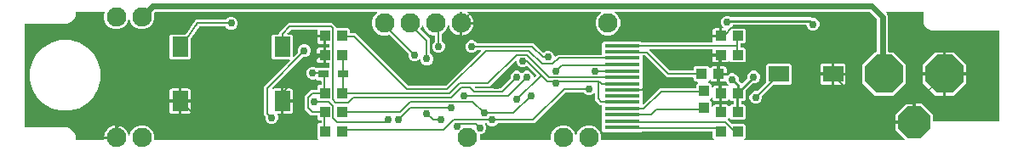
<source format=gbr>
G04 EAGLE Gerber RS-274X export*
G75*
%MOMM*%
%FSLAX34Y34*%
%LPD*%
%INTop Copper*%
%IPPOS*%
%AMOC8*
5,1,8,0,0,1.08239X$1,22.5*%
G01*
%ADD10R,1.100000X1.000000*%
%ADD11R,1.000000X1.100000*%
%ADD12R,1.000000X0.800000*%
%ADD13R,2.000000X1.600000*%
%ADD14R,1.600000X2.000000*%
%ADD15C,1.930400*%
%ADD16P,4.123906X8X202.500000*%
%ADD17P,3.480966X8X202.500000*%
%ADD18R,3.500000X0.400000*%
%ADD19C,0.152400*%
%ADD20C,0.254000*%
%ADD21C,0.756400*%
%ADD22C,0.609600*%

G36*
X88845Y10174D02*
X88845Y10174D01*
X88924Y10177D01*
X88965Y10193D01*
X89009Y10200D01*
X89079Y10238D01*
X89153Y10267D01*
X89187Y10295D01*
X89226Y10316D01*
X89281Y10373D01*
X89342Y10424D01*
X89365Y10462D01*
X89396Y10494D01*
X89429Y10566D01*
X89471Y10634D01*
X89481Y10677D01*
X89499Y10717D01*
X89508Y10796D01*
X89526Y10874D01*
X89523Y10932D01*
X89526Y10961D01*
X89521Y10989D01*
X89518Y11041D01*
X89497Y11177D01*
X100838Y11177D01*
X100858Y11180D01*
X100877Y11178D01*
X100979Y11200D01*
X101081Y11217D01*
X101098Y11226D01*
X101118Y11230D01*
X101207Y11283D01*
X101298Y11332D01*
X101312Y11346D01*
X101329Y11356D01*
X101396Y11435D01*
X101467Y11510D01*
X101476Y11528D01*
X101489Y11543D01*
X101527Y11639D01*
X101571Y11733D01*
X101573Y11753D01*
X101581Y11771D01*
X101599Y11938D01*
X101599Y12701D01*
X102362Y12701D01*
X102382Y12704D01*
X102401Y12702D01*
X102503Y12724D01*
X102605Y12741D01*
X102622Y12750D01*
X102642Y12754D01*
X102731Y12807D01*
X102822Y12856D01*
X102836Y12870D01*
X102853Y12880D01*
X102920Y12959D01*
X102991Y13034D01*
X103000Y13052D01*
X103013Y13067D01*
X103052Y13163D01*
X103095Y13257D01*
X103097Y13277D01*
X103105Y13295D01*
X103123Y13462D01*
X103123Y24803D01*
X104455Y24593D01*
X106280Y23999D01*
X107990Y23128D01*
X109543Y22000D01*
X110900Y20643D01*
X112028Y19090D01*
X112899Y17380D01*
X113511Y15498D01*
X113529Y15464D01*
X113538Y15426D01*
X113573Y15373D01*
X113599Y15315D01*
X113614Y15299D01*
X113624Y15280D01*
X113651Y15253D01*
X113673Y15220D01*
X113722Y15181D01*
X113765Y15134D01*
X113785Y15123D01*
X113800Y15108D01*
X113834Y15092D01*
X113866Y15067D01*
X113925Y15046D01*
X113981Y15016D01*
X114004Y15011D01*
X114022Y15002D01*
X114059Y14998D01*
X114097Y14984D01*
X114160Y14983D01*
X114223Y14972D01*
X114246Y14975D01*
X114267Y14973D01*
X114303Y14980D01*
X114343Y14980D01*
X114403Y14999D01*
X114466Y15008D01*
X114487Y15018D01*
X114507Y15023D01*
X114540Y15041D01*
X114578Y15053D01*
X114629Y15091D01*
X114685Y15119D01*
X114702Y15136D01*
X114720Y15147D01*
X114745Y15175D01*
X114777Y15198D01*
X114813Y15250D01*
X114857Y15295D01*
X114871Y15320D01*
X114882Y15332D01*
X114894Y15360D01*
X114900Y15372D01*
X114919Y15399D01*
X114924Y15416D01*
X114938Y15442D01*
X116664Y19607D01*
X120093Y23036D01*
X124575Y24893D01*
X129425Y24893D01*
X133907Y23036D01*
X137336Y19607D01*
X139193Y15125D01*
X139193Y10922D01*
X139196Y10902D01*
X139194Y10883D01*
X139216Y10781D01*
X139232Y10679D01*
X139242Y10662D01*
X139246Y10642D01*
X139299Y10553D01*
X139348Y10462D01*
X139362Y10448D01*
X139372Y10431D01*
X139451Y10364D01*
X139526Y10292D01*
X139544Y10284D01*
X139559Y10271D01*
X139655Y10232D01*
X139749Y10189D01*
X139769Y10187D01*
X139787Y10179D01*
X139954Y10161D01*
X301958Y10161D01*
X302029Y10172D01*
X302101Y10174D01*
X302150Y10192D01*
X302201Y10200D01*
X302264Y10234D01*
X302332Y10259D01*
X302372Y10291D01*
X302418Y10316D01*
X302468Y10368D01*
X302524Y10412D01*
X302552Y10456D01*
X302588Y10494D01*
X302618Y10559D01*
X302657Y10619D01*
X302670Y10670D01*
X302691Y10717D01*
X302699Y10788D01*
X302717Y10858D01*
X302713Y10910D01*
X302719Y10961D01*
X302703Y11032D01*
X302698Y11103D01*
X302677Y11151D01*
X302666Y11202D01*
X302629Y11263D01*
X302601Y11329D01*
X302557Y11385D01*
X302540Y11413D01*
X302522Y11428D01*
X302497Y11460D01*
X301459Y12498D01*
X301459Y25602D01*
X302948Y27091D01*
X304800Y27091D01*
X304820Y27094D01*
X304839Y27092D01*
X304941Y27114D01*
X305043Y27130D01*
X305060Y27140D01*
X305080Y27144D01*
X305169Y27197D01*
X305260Y27246D01*
X305274Y27260D01*
X305291Y27270D01*
X305358Y27349D01*
X305430Y27424D01*
X305438Y27442D01*
X305451Y27457D01*
X305490Y27553D01*
X305533Y27647D01*
X305535Y27667D01*
X305543Y27685D01*
X305561Y27852D01*
X305561Y29298D01*
X305558Y29318D01*
X305560Y29337D01*
X305538Y29439D01*
X305522Y29541D01*
X305512Y29558D01*
X305508Y29578D01*
X305455Y29667D01*
X305406Y29758D01*
X305392Y29772D01*
X305382Y29789D01*
X305303Y29856D01*
X305228Y29928D01*
X305210Y29936D01*
X305195Y29949D01*
X305099Y29988D01*
X305005Y30031D01*
X304985Y30033D01*
X304967Y30041D01*
X304800Y30059D01*
X302948Y30059D01*
X301459Y31548D01*
X301459Y34544D01*
X301458Y34554D01*
X301458Y34560D01*
X301457Y34568D01*
X301458Y34583D01*
X301436Y34685D01*
X301420Y34787D01*
X301410Y34804D01*
X301406Y34824D01*
X301353Y34913D01*
X301304Y35004D01*
X301290Y35018D01*
X301280Y35035D01*
X301201Y35102D01*
X301126Y35174D01*
X301108Y35182D01*
X301093Y35195D01*
X300997Y35234D01*
X300903Y35277D01*
X300883Y35279D01*
X300865Y35287D01*
X300698Y35305D01*
X295050Y35305D01*
X289305Y41050D01*
X289305Y54200D01*
X295304Y60199D01*
X300698Y60199D01*
X300718Y60202D01*
X300737Y60200D01*
X300839Y60222D01*
X300941Y60238D01*
X300958Y60248D01*
X300978Y60252D01*
X301067Y60305D01*
X301158Y60354D01*
X301172Y60368D01*
X301189Y60378D01*
X301256Y60457D01*
X301328Y60532D01*
X301336Y60550D01*
X301349Y60565D01*
X301388Y60661D01*
X301431Y60755D01*
X301433Y60775D01*
X301441Y60793D01*
X301459Y60960D01*
X301459Y63702D01*
X302948Y65191D01*
X304800Y65191D01*
X304820Y65194D01*
X304839Y65192D01*
X304941Y65214D01*
X305043Y65230D01*
X305060Y65240D01*
X305080Y65244D01*
X305169Y65297D01*
X305260Y65346D01*
X305274Y65360D01*
X305291Y65370D01*
X305358Y65449D01*
X305430Y65524D01*
X305438Y65542D01*
X305451Y65557D01*
X305490Y65653D01*
X305533Y65747D01*
X305535Y65767D01*
X305543Y65785D01*
X305561Y65952D01*
X305561Y68898D01*
X305558Y68918D01*
X305560Y68937D01*
X305538Y69039D01*
X305522Y69141D01*
X305512Y69158D01*
X305508Y69178D01*
X305455Y69267D01*
X305406Y69358D01*
X305392Y69372D01*
X305382Y69389D01*
X305303Y69456D01*
X305228Y69528D01*
X305210Y69536D01*
X305195Y69549D01*
X305099Y69588D01*
X305005Y69631D01*
X304985Y69633D01*
X304967Y69641D01*
X304800Y69659D01*
X301448Y69659D01*
X299904Y71203D01*
X299809Y71271D01*
X299716Y71340D01*
X299710Y71342D01*
X299705Y71346D01*
X299593Y71380D01*
X299482Y71417D01*
X299475Y71417D01*
X299470Y71418D01*
X299353Y71415D01*
X299236Y71414D01*
X299229Y71412D01*
X299224Y71412D01*
X299206Y71406D01*
X299075Y71368D01*
X297930Y70893D01*
X295414Y70893D01*
X293090Y71856D01*
X291312Y73634D01*
X290349Y75958D01*
X290349Y78474D01*
X291312Y80798D01*
X293090Y82576D01*
X295414Y83539D01*
X297930Y83539D01*
X300257Y82575D01*
X300259Y82572D01*
X300346Y82516D01*
X300430Y82456D01*
X300449Y82450D01*
X300466Y82440D01*
X300566Y82414D01*
X300665Y82384D01*
X300685Y82384D01*
X300704Y82379D01*
X300807Y82387D01*
X300911Y82390D01*
X300930Y82397D01*
X300949Y82399D01*
X301044Y82439D01*
X301142Y82475D01*
X301157Y82487D01*
X301176Y82495D01*
X301307Y82600D01*
X301448Y82741D01*
X312928Y82741D01*
X312948Y82744D01*
X312967Y82742D01*
X313069Y82764D01*
X313171Y82780D01*
X313188Y82790D01*
X313208Y82794D01*
X313297Y82847D01*
X313388Y82896D01*
X313402Y82910D01*
X313419Y82920D01*
X313486Y82999D01*
X313558Y83074D01*
X313566Y83092D01*
X313579Y83107D01*
X313618Y83203D01*
X313661Y83297D01*
X313663Y83317D01*
X313671Y83335D01*
X313689Y83502D01*
X313689Y86948D01*
X313686Y86968D01*
X313688Y86987D01*
X313666Y87089D01*
X313650Y87191D01*
X313640Y87208D01*
X313636Y87228D01*
X313583Y87317D01*
X313534Y87408D01*
X313520Y87422D01*
X313510Y87439D01*
X313431Y87506D01*
X313356Y87578D01*
X313338Y87586D01*
X313323Y87599D01*
X313227Y87638D01*
X313133Y87681D01*
X313113Y87683D01*
X313095Y87691D01*
X312928Y87709D01*
X310523Y87709D01*
X310523Y94488D01*
X310520Y94508D01*
X310522Y94527D01*
X310500Y94629D01*
X310483Y94731D01*
X310474Y94748D01*
X310470Y94768D01*
X310417Y94857D01*
X310368Y94948D01*
X310354Y94962D01*
X310344Y94979D01*
X310265Y95046D01*
X310190Y95117D01*
X310172Y95126D01*
X310157Y95139D01*
X310061Y95178D01*
X309967Y95221D01*
X309947Y95223D01*
X309929Y95231D01*
X309762Y95249D01*
X308999Y95249D01*
X308999Y95251D01*
X309762Y95251D01*
X309782Y95254D01*
X309801Y95252D01*
X309903Y95274D01*
X310005Y95291D01*
X310022Y95300D01*
X310042Y95304D01*
X310131Y95357D01*
X310222Y95406D01*
X310236Y95420D01*
X310253Y95430D01*
X310320Y95509D01*
X310391Y95584D01*
X310400Y95602D01*
X310413Y95617D01*
X310452Y95713D01*
X310495Y95807D01*
X310497Y95827D01*
X310505Y95845D01*
X310523Y96012D01*
X310523Y102791D01*
X312928Y102791D01*
X312948Y102794D01*
X312967Y102792D01*
X313069Y102814D01*
X313171Y102830D01*
X313188Y102840D01*
X313208Y102844D01*
X313297Y102897D01*
X313388Y102946D01*
X313402Y102960D01*
X313419Y102970D01*
X313486Y103049D01*
X313558Y103124D01*
X313566Y103142D01*
X313579Y103157D01*
X313618Y103253D01*
X313661Y103347D01*
X313663Y103367D01*
X313671Y103385D01*
X313689Y103552D01*
X313689Y105498D01*
X313686Y105518D01*
X313688Y105537D01*
X313666Y105639D01*
X313650Y105741D01*
X313640Y105758D01*
X313636Y105778D01*
X313583Y105867D01*
X313534Y105958D01*
X313520Y105972D01*
X313510Y105989D01*
X313431Y106056D01*
X313356Y106128D01*
X313338Y106136D01*
X313323Y106149D01*
X313227Y106188D01*
X313133Y106231D01*
X313113Y106233D01*
X313095Y106241D01*
X312928Y106259D01*
X310523Y106259D01*
X310523Y113538D01*
X310520Y113558D01*
X310522Y113577D01*
X310500Y113679D01*
X310483Y113781D01*
X310474Y113798D01*
X310470Y113818D01*
X310417Y113907D01*
X310368Y113998D01*
X310354Y114012D01*
X310344Y114029D01*
X310265Y114096D01*
X310190Y114167D01*
X310172Y114176D01*
X310157Y114189D01*
X310061Y114228D01*
X309967Y114271D01*
X309947Y114273D01*
X309929Y114281D01*
X309762Y114299D01*
X308999Y114299D01*
X308999Y115062D01*
X308996Y115082D01*
X308998Y115101D01*
X308976Y115203D01*
X308959Y115305D01*
X308950Y115322D01*
X308946Y115342D01*
X308893Y115431D01*
X308844Y115522D01*
X308830Y115536D01*
X308820Y115553D01*
X308741Y115620D01*
X308666Y115691D01*
X308648Y115700D01*
X308633Y115713D01*
X308537Y115752D01*
X308443Y115795D01*
X308423Y115797D01*
X308405Y115805D01*
X308238Y115823D01*
X301459Y115823D01*
X301459Y119888D01*
X301456Y119908D01*
X301458Y119927D01*
X301436Y120029D01*
X301420Y120131D01*
X301410Y120148D01*
X301406Y120168D01*
X301353Y120257D01*
X301304Y120348D01*
X301290Y120362D01*
X301280Y120379D01*
X301201Y120446D01*
X301126Y120518D01*
X301108Y120526D01*
X301093Y120539D01*
X300997Y120578D01*
X300903Y120621D01*
X300883Y120623D01*
X300865Y120631D01*
X300698Y120649D01*
X275749Y120649D01*
X275659Y120635D01*
X275568Y120627D01*
X275539Y120615D01*
X275507Y120610D01*
X275426Y120567D01*
X275342Y120531D01*
X275310Y120505D01*
X275289Y120494D01*
X275267Y120471D01*
X275211Y120426D01*
X271825Y117040D01*
X271783Y116982D01*
X271734Y116930D01*
X271712Y116883D01*
X271681Y116841D01*
X271660Y116772D01*
X271630Y116707D01*
X271624Y116655D01*
X271609Y116605D01*
X271611Y116534D01*
X271603Y116463D01*
X271614Y116412D01*
X271615Y116360D01*
X271640Y116292D01*
X271655Y116222D01*
X271682Y116177D01*
X271700Y116129D01*
X271745Y116073D01*
X271782Y116011D01*
X271821Y115977D01*
X271854Y115937D01*
X271914Y115898D01*
X271968Y115851D01*
X272017Y115832D01*
X272061Y115804D01*
X272130Y115786D01*
X272197Y115759D01*
X272268Y115751D01*
X272299Y115743D01*
X272322Y115745D01*
X272363Y115741D01*
X275752Y115741D01*
X277241Y114252D01*
X277241Y94265D01*
X277252Y94195D01*
X277254Y94123D01*
X277272Y94074D01*
X277280Y94023D01*
X277314Y93959D01*
X277339Y93892D01*
X277371Y93851D01*
X277396Y93805D01*
X277447Y93756D01*
X277492Y93700D01*
X277536Y93672D01*
X277574Y93636D01*
X277639Y93606D01*
X277699Y93567D01*
X277750Y93554D01*
X277797Y93532D01*
X277868Y93524D01*
X277938Y93507D01*
X277990Y93511D01*
X278041Y93505D01*
X278112Y93520D01*
X278183Y93526D01*
X278231Y93546D01*
X278282Y93557D01*
X278343Y93594D01*
X278409Y93622D01*
X278465Y93667D01*
X278493Y93684D01*
X278508Y93701D01*
X278540Y93727D01*
X282126Y97313D01*
X282194Y97407D01*
X282264Y97501D01*
X282266Y97507D01*
X282269Y97512D01*
X282304Y97624D01*
X282340Y97735D01*
X282340Y97741D01*
X282342Y97747D01*
X282339Y97864D01*
X282338Y97981D01*
X282336Y97988D01*
X282335Y97993D01*
X282329Y98011D01*
X282291Y98142D01*
X282221Y98310D01*
X282221Y100826D01*
X283184Y103150D01*
X284962Y104928D01*
X287286Y105891D01*
X289802Y105891D01*
X292126Y104928D01*
X293904Y103150D01*
X294867Y100826D01*
X294867Y98310D01*
X293904Y95986D01*
X292126Y94208D01*
X289802Y93245D01*
X287715Y93245D01*
X287625Y93231D01*
X287534Y93223D01*
X287505Y93211D01*
X287473Y93206D01*
X287392Y93163D01*
X287308Y93127D01*
X287276Y93101D01*
X287255Y93090D01*
X287233Y93067D01*
X287177Y93022D01*
X257000Y62846D01*
X256972Y62807D01*
X256937Y62774D01*
X256901Y62707D01*
X256857Y62646D01*
X256843Y62600D01*
X256820Y62558D01*
X256807Y62483D01*
X256784Y62411D01*
X256786Y62363D01*
X256777Y62315D01*
X256789Y62241D01*
X256791Y62165D01*
X256807Y62120D01*
X256814Y62072D01*
X256849Y62005D01*
X256875Y61934D01*
X256905Y61896D01*
X256927Y61854D01*
X256982Y61801D01*
X257029Y61742D01*
X257069Y61716D01*
X257104Y61682D01*
X257172Y61650D01*
X257236Y61609D01*
X257282Y61597D01*
X257326Y61576D01*
X257401Y61567D01*
X257474Y61549D01*
X257522Y61552D01*
X257570Y61547D01*
X257697Y61566D01*
X257720Y61568D01*
X257726Y61570D01*
X257736Y61572D01*
X258366Y61741D01*
X265177Y61741D01*
X265177Y49962D01*
X265180Y49942D01*
X265178Y49923D01*
X265200Y49821D01*
X265217Y49719D01*
X265226Y49702D01*
X265230Y49682D01*
X265283Y49593D01*
X265332Y49502D01*
X265346Y49488D01*
X265356Y49471D01*
X265435Y49404D01*
X265510Y49333D01*
X265528Y49324D01*
X265543Y49311D01*
X265639Y49272D01*
X265733Y49229D01*
X265753Y49227D01*
X265771Y49219D01*
X265938Y49201D01*
X266701Y49201D01*
X266701Y49199D01*
X265938Y49199D01*
X265918Y49196D01*
X265899Y49198D01*
X265797Y49176D01*
X265695Y49159D01*
X265678Y49150D01*
X265658Y49146D01*
X265569Y49093D01*
X265478Y49044D01*
X265464Y49030D01*
X265447Y49020D01*
X265380Y48941D01*
X265309Y48866D01*
X265300Y48848D01*
X265287Y48833D01*
X265248Y48737D01*
X265205Y48643D01*
X265203Y48623D01*
X265195Y48605D01*
X265177Y48438D01*
X265177Y36659D01*
X262297Y36659D01*
X262252Y36652D01*
X262206Y36654D01*
X262131Y36632D01*
X262054Y36620D01*
X262014Y36598D01*
X261970Y36585D01*
X261906Y36541D01*
X261837Y36504D01*
X261805Y36471D01*
X261768Y36445D01*
X261721Y36383D01*
X261668Y36326D01*
X261648Y36285D01*
X261621Y36248D01*
X261597Y36174D01*
X261564Y36103D01*
X261559Y36057D01*
X261545Y36014D01*
X261545Y35936D01*
X261537Y35859D01*
X261547Y35814D01*
X261547Y35768D01*
X261585Y35636D01*
X261589Y35618D01*
X261592Y35614D01*
X261594Y35607D01*
X262355Y33770D01*
X262355Y31254D01*
X261392Y28930D01*
X259614Y27152D01*
X257290Y26189D01*
X254774Y26189D01*
X252450Y27152D01*
X250672Y28930D01*
X249709Y31254D01*
X249709Y33849D01*
X249695Y33939D01*
X249687Y34030D01*
X249675Y34059D01*
X249670Y34091D01*
X249627Y34172D01*
X249591Y34256D01*
X249565Y34288D01*
X249554Y34309D01*
X249531Y34331D01*
X249486Y34387D01*
X248157Y35716D01*
X248157Y63344D01*
X250315Y65502D01*
X274173Y89360D01*
X274215Y89418D01*
X274264Y89470D01*
X274286Y89517D01*
X274317Y89559D01*
X274338Y89628D01*
X274368Y89693D01*
X274374Y89745D01*
X274389Y89795D01*
X274387Y89866D01*
X274395Y89937D01*
X274384Y89988D01*
X274383Y90040D01*
X274358Y90108D01*
X274343Y90178D01*
X274316Y90223D01*
X274298Y90271D01*
X274253Y90327D01*
X274216Y90389D01*
X274177Y90423D01*
X274144Y90463D01*
X274084Y90502D01*
X274030Y90549D01*
X273981Y90568D01*
X273937Y90596D01*
X273868Y90614D01*
X273801Y90641D01*
X273730Y90649D01*
X273699Y90657D01*
X273676Y90655D01*
X273635Y90659D01*
X257648Y90659D01*
X256159Y92148D01*
X256159Y114252D01*
X257648Y115741D01*
X262636Y115741D01*
X262656Y115744D01*
X262675Y115742D01*
X262777Y115764D01*
X262879Y115780D01*
X262896Y115790D01*
X262916Y115794D01*
X263005Y115847D01*
X263096Y115896D01*
X263110Y115910D01*
X263127Y115920D01*
X263194Y115999D01*
X263266Y116074D01*
X263274Y116092D01*
X263287Y116107D01*
X263326Y116203D01*
X263369Y116297D01*
X263371Y116317D01*
X263379Y116335D01*
X263397Y116502D01*
X263397Y117954D01*
X272698Y127255D01*
X316328Y127255D01*
X320295Y123288D01*
X320295Y123102D01*
X320298Y123082D01*
X320296Y123063D01*
X320318Y122961D01*
X320334Y122859D01*
X320344Y122842D01*
X320348Y122822D01*
X320401Y122733D01*
X320450Y122642D01*
X320464Y122628D01*
X320474Y122611D01*
X320553Y122544D01*
X320628Y122472D01*
X320646Y122464D01*
X320661Y122451D01*
X320757Y122412D01*
X320851Y122369D01*
X320871Y122367D01*
X320889Y122359D01*
X321056Y122341D01*
X332052Y122341D01*
X333541Y120852D01*
X333541Y117856D01*
X333544Y117836D01*
X333542Y117817D01*
X333564Y117715D01*
X333580Y117613D01*
X333590Y117596D01*
X333594Y117576D01*
X333647Y117487D01*
X333696Y117396D01*
X333710Y117382D01*
X333720Y117365D01*
X333799Y117298D01*
X333874Y117226D01*
X333892Y117218D01*
X333907Y117205D01*
X334003Y117166D01*
X334097Y117123D01*
X334117Y117121D01*
X334135Y117113D01*
X334302Y117095D01*
X339442Y117095D01*
X392051Y64486D01*
X392125Y64433D01*
X392194Y64373D01*
X392225Y64361D01*
X392251Y64342D01*
X392338Y64315D01*
X392423Y64281D01*
X392464Y64277D01*
X392486Y64270D01*
X392518Y64271D01*
X392589Y64263D01*
X429101Y64263D01*
X429191Y64277D01*
X429282Y64285D01*
X429311Y64297D01*
X429343Y64302D01*
X429424Y64345D01*
X429508Y64381D01*
X429540Y64407D01*
X429561Y64418D01*
X429583Y64441D01*
X429639Y64486D01*
X464183Y99030D01*
X464225Y99088D01*
X464274Y99140D01*
X464296Y99187D01*
X464327Y99229D01*
X464348Y99298D01*
X464378Y99363D01*
X464384Y99415D01*
X464399Y99465D01*
X464397Y99536D01*
X464405Y99607D01*
X464394Y99658D01*
X464393Y99710D01*
X464368Y99778D01*
X464353Y99848D01*
X464326Y99892D01*
X464308Y99941D01*
X464263Y99997D01*
X464226Y100059D01*
X464187Y100093D01*
X464154Y100133D01*
X464094Y100172D01*
X464040Y100219D01*
X463991Y100238D01*
X463947Y100266D01*
X463878Y100284D01*
X463811Y100311D01*
X463740Y100319D01*
X463709Y100327D01*
X463686Y100325D01*
X463645Y100329D01*
X461122Y100329D01*
X461032Y100315D01*
X460941Y100307D01*
X460912Y100295D01*
X460880Y100290D01*
X460799Y100247D01*
X460715Y100211D01*
X460683Y100185D01*
X460662Y100174D01*
X460640Y100151D01*
X460584Y100106D01*
X458750Y98272D01*
X456426Y97309D01*
X453910Y97309D01*
X451586Y98272D01*
X449808Y100050D01*
X448845Y102374D01*
X448845Y104890D01*
X449808Y107214D01*
X451586Y108992D01*
X453910Y109955D01*
X456426Y109955D01*
X458750Y108992D01*
X460584Y107158D01*
X460658Y107105D01*
X460727Y107045D01*
X460758Y107033D01*
X460784Y107014D01*
X460871Y106987D01*
X460956Y106953D01*
X460997Y106949D01*
X461019Y106942D01*
X461051Y106943D01*
X461122Y106935D01*
X516734Y106935D01*
X518892Y104777D01*
X525773Y97896D01*
X525789Y97884D01*
X525802Y97868D01*
X525884Y97816D01*
X525885Y97815D01*
X525889Y97812D01*
X525973Y97752D01*
X525992Y97746D01*
X526009Y97735D01*
X526109Y97710D01*
X526208Y97680D01*
X526228Y97680D01*
X526247Y97675D01*
X526350Y97683D01*
X526454Y97686D01*
X526473Y97693D01*
X526493Y97694D01*
X526587Y97735D01*
X526685Y97770D01*
X526701Y97783D01*
X526719Y97791D01*
X526850Y97896D01*
X527532Y98578D01*
X529856Y99541D01*
X532372Y99541D01*
X534696Y98578D01*
X536474Y96800D01*
X537437Y94476D01*
X537437Y94396D01*
X537447Y94333D01*
X537447Y94270D01*
X537467Y94213D01*
X537476Y94153D01*
X537506Y94097D01*
X537527Y94037D01*
X537563Y93989D01*
X537592Y93936D01*
X537638Y93892D01*
X537676Y93842D01*
X537726Y93808D01*
X537770Y93767D01*
X537828Y93740D01*
X537880Y93704D01*
X537938Y93688D01*
X537993Y93663D01*
X538056Y93656D01*
X538118Y93639D01*
X538178Y93643D01*
X538237Y93636D01*
X538300Y93649D01*
X538363Y93653D01*
X538419Y93675D01*
X538478Y93688D01*
X538532Y93721D01*
X538592Y93745D01*
X538661Y93798D01*
X538689Y93814D01*
X538701Y93828D01*
X538725Y93847D01*
X539466Y94557D01*
X539470Y94562D01*
X539477Y94568D01*
X540443Y95534D01*
X541809Y95505D01*
X541815Y95506D01*
X541825Y95505D01*
X583998Y95505D01*
X584018Y95508D01*
X584037Y95506D01*
X584139Y95528D01*
X584241Y95544D01*
X584258Y95554D01*
X584278Y95558D01*
X584367Y95611D01*
X584458Y95660D01*
X584472Y95674D01*
X584489Y95684D01*
X584556Y95763D01*
X584628Y95838D01*
X584636Y95856D01*
X584649Y95871D01*
X584688Y95967D01*
X584731Y96061D01*
X584733Y96081D01*
X584741Y96099D01*
X584759Y96266D01*
X584759Y107302D01*
X586248Y108791D01*
X623352Y108791D01*
X623969Y108174D01*
X624043Y108121D01*
X624113Y108061D01*
X624143Y108049D01*
X624169Y108030D01*
X624256Y108003D01*
X624341Y107969D01*
X624382Y107965D01*
X624404Y107958D01*
X624436Y107959D01*
X624508Y107951D01*
X693939Y107951D01*
X694056Y107970D01*
X694174Y107988D01*
X694178Y107990D01*
X694182Y107990D01*
X694287Y108046D01*
X694393Y108101D01*
X694396Y108104D01*
X694399Y108106D01*
X694481Y108192D01*
X694564Y108277D01*
X694566Y108281D01*
X694569Y108284D01*
X694619Y108392D01*
X694670Y108499D01*
X694670Y108503D01*
X694672Y108507D01*
X694685Y108626D01*
X694700Y108743D01*
X694699Y108748D01*
X694699Y108751D01*
X694696Y108765D01*
X694674Y108909D01*
X694659Y108966D01*
X694659Y112777D01*
X701938Y112777D01*
X701958Y112780D01*
X701977Y112778D01*
X702079Y112800D01*
X702181Y112817D01*
X702198Y112826D01*
X702218Y112830D01*
X702307Y112883D01*
X702398Y112932D01*
X702412Y112946D01*
X702429Y112956D01*
X702496Y113035D01*
X702567Y113110D01*
X702576Y113128D01*
X702589Y113143D01*
X702628Y113239D01*
X702671Y113333D01*
X702673Y113353D01*
X702681Y113371D01*
X702699Y113538D01*
X702699Y114301D01*
X703462Y114301D01*
X703482Y114304D01*
X703501Y114302D01*
X703603Y114324D01*
X703705Y114341D01*
X703722Y114350D01*
X703742Y114354D01*
X703831Y114407D01*
X703922Y114456D01*
X703936Y114470D01*
X703953Y114480D01*
X704020Y114559D01*
X704091Y114634D01*
X704100Y114652D01*
X704113Y114667D01*
X704152Y114763D01*
X704195Y114857D01*
X704197Y114877D01*
X704205Y114895D01*
X704223Y115062D01*
X704223Y121841D01*
X704564Y121841D01*
X704634Y121852D01*
X704706Y121854D01*
X704755Y121872D01*
X704807Y121880D01*
X704870Y121914D01*
X704937Y121939D01*
X704978Y121971D01*
X705024Y121996D01*
X705073Y122048D01*
X705129Y122092D01*
X705157Y122136D01*
X705193Y122174D01*
X705223Y122239D01*
X705262Y122299D01*
X705275Y122350D01*
X705297Y122397D01*
X705305Y122468D01*
X705322Y122538D01*
X705318Y122590D01*
X705324Y122641D01*
X705309Y122712D01*
X705303Y122783D01*
X705283Y122831D01*
X705272Y122882D01*
X705235Y122943D01*
X705207Y123009D01*
X705162Y123065D01*
X705146Y123093D01*
X705128Y123108D01*
X705102Y123140D01*
X703808Y124434D01*
X702845Y126758D01*
X702845Y129274D01*
X703808Y131598D01*
X705586Y133376D01*
X707910Y134339D01*
X710426Y134339D01*
X712750Y133376D01*
X713060Y133066D01*
X713134Y133013D01*
X713203Y132953D01*
X713233Y132941D01*
X713260Y132922D01*
X713347Y132895D01*
X713432Y132861D01*
X713472Y132857D01*
X713495Y132850D01*
X713527Y132851D01*
X713598Y132843D01*
X793042Y132843D01*
X793356Y132530D01*
X793429Y132477D01*
X793499Y132417D01*
X793529Y132405D01*
X793555Y132386D01*
X793642Y132359D01*
X793727Y132325D01*
X793768Y132321D01*
X793790Y132314D01*
X793823Y132315D01*
X793894Y132307D01*
X795770Y132307D01*
X798094Y131344D01*
X799872Y129566D01*
X800835Y127242D01*
X800835Y124726D01*
X799872Y122402D01*
X798094Y120624D01*
X795770Y119661D01*
X793254Y119661D01*
X790930Y120624D01*
X789152Y122402D01*
X788179Y124751D01*
X788117Y124851D01*
X788057Y124951D01*
X788053Y124955D01*
X788049Y124960D01*
X787959Y125035D01*
X787870Y125111D01*
X787865Y125113D01*
X787860Y125117D01*
X787751Y125159D01*
X787642Y125203D01*
X787635Y125204D01*
X787630Y125205D01*
X787612Y125206D01*
X787476Y125221D01*
X715363Y125221D01*
X715248Y125203D01*
X715132Y125185D01*
X715126Y125183D01*
X715120Y125182D01*
X715017Y125127D01*
X714912Y125074D01*
X714908Y125069D01*
X714903Y125066D01*
X714822Y124982D01*
X714740Y124898D01*
X714737Y124892D01*
X714733Y124888D01*
X714725Y124871D01*
X714659Y124751D01*
X714528Y124434D01*
X713234Y123140D01*
X713192Y123082D01*
X713143Y123030D01*
X713121Y122983D01*
X713090Y122941D01*
X713069Y122872D01*
X713039Y122807D01*
X713033Y122755D01*
X713018Y122705D01*
X713020Y122634D01*
X713012Y122563D01*
X713023Y122512D01*
X713024Y122460D01*
X713049Y122392D01*
X713064Y122322D01*
X713091Y122277D01*
X713109Y122229D01*
X713154Y122173D01*
X713190Y122111D01*
X713230Y122077D01*
X713263Y122037D01*
X713323Y121998D01*
X713377Y121951D01*
X713426Y121932D01*
X713469Y121904D01*
X713539Y121886D01*
X713606Y121859D01*
X713677Y121851D01*
X713708Y121843D01*
X713731Y121845D01*
X713772Y121841D01*
X726252Y121841D01*
X727741Y120352D01*
X727741Y108248D01*
X726252Y106759D01*
X723392Y106759D01*
X723372Y106756D01*
X723353Y106758D01*
X723251Y106736D01*
X723149Y106720D01*
X723132Y106710D01*
X723112Y106706D01*
X723023Y106653D01*
X722932Y106604D01*
X722918Y106590D01*
X722901Y106580D01*
X722834Y106501D01*
X722762Y106426D01*
X722754Y106408D01*
X722741Y106393D01*
X722702Y106297D01*
X722659Y106203D01*
X722657Y106183D01*
X722649Y106165D01*
X722631Y105998D01*
X722631Y103552D01*
X722634Y103532D01*
X722632Y103513D01*
X722654Y103411D01*
X722670Y103309D01*
X722680Y103292D01*
X722684Y103272D01*
X722737Y103183D01*
X722786Y103092D01*
X722800Y103078D01*
X722810Y103061D01*
X722889Y102994D01*
X722964Y102922D01*
X722982Y102914D01*
X722997Y102901D01*
X723093Y102862D01*
X723187Y102819D01*
X723207Y102817D01*
X723225Y102809D01*
X723392Y102791D01*
X726252Y102791D01*
X727741Y101302D01*
X727741Y89198D01*
X726252Y87709D01*
X713148Y87709D01*
X711642Y89214D01*
X711547Y89283D01*
X711450Y89354D01*
X711446Y89356D01*
X711443Y89358D01*
X711330Y89393D01*
X711216Y89429D01*
X711212Y89429D01*
X711208Y89430D01*
X711089Y89427D01*
X710970Y89425D01*
X710966Y89424D01*
X710962Y89424D01*
X710850Y89383D01*
X710738Y89344D01*
X710735Y89341D01*
X710731Y89340D01*
X710637Y89265D01*
X710544Y89192D01*
X710541Y89188D01*
X710539Y89186D01*
X710531Y89174D01*
X710445Y89057D01*
X710233Y88690D01*
X709760Y88217D01*
X709181Y87882D01*
X708534Y87709D01*
X704223Y87709D01*
X704223Y94488D01*
X704220Y94508D01*
X704222Y94527D01*
X704200Y94629D01*
X704183Y94731D01*
X704174Y94748D01*
X704170Y94768D01*
X704117Y94857D01*
X704068Y94948D01*
X704054Y94962D01*
X704044Y94979D01*
X703965Y95046D01*
X703890Y95117D01*
X703872Y95126D01*
X703857Y95139D01*
X703761Y95178D01*
X703667Y95221D01*
X703647Y95223D01*
X703629Y95231D01*
X703462Y95249D01*
X702699Y95249D01*
X702699Y96012D01*
X702696Y96032D01*
X702698Y96051D01*
X702676Y96153D01*
X702659Y96255D01*
X702650Y96272D01*
X702646Y96292D01*
X702593Y96381D01*
X702544Y96472D01*
X702530Y96486D01*
X702520Y96503D01*
X702441Y96570D01*
X702366Y96641D01*
X702348Y96650D01*
X702333Y96663D01*
X702237Y96702D01*
X702143Y96745D01*
X702123Y96747D01*
X702105Y96755D01*
X701938Y96773D01*
X694659Y96773D01*
X694659Y100584D01*
X694656Y100604D01*
X694658Y100623D01*
X694636Y100725D01*
X694620Y100827D01*
X694610Y100844D01*
X694606Y100864D01*
X694553Y100953D01*
X694504Y101044D01*
X694490Y101058D01*
X694480Y101075D01*
X694401Y101142D01*
X694326Y101214D01*
X694308Y101222D01*
X694293Y101235D01*
X694197Y101274D01*
X694103Y101317D01*
X694083Y101319D01*
X694065Y101327D01*
X693898Y101345D01*
X632365Y101345D01*
X632295Y101334D01*
X632223Y101332D01*
X632174Y101314D01*
X632123Y101306D01*
X632059Y101272D01*
X631992Y101247D01*
X631951Y101215D01*
X631905Y101190D01*
X631856Y101138D01*
X631800Y101094D01*
X631772Y101050D01*
X631736Y101012D01*
X631706Y100947D01*
X631667Y100887D01*
X631654Y100836D01*
X631632Y100789D01*
X631624Y100718D01*
X631607Y100648D01*
X631611Y100596D01*
X631605Y100545D01*
X631620Y100474D01*
X631626Y100403D01*
X631646Y100355D01*
X631657Y100304D01*
X631694Y100243D01*
X631722Y100177D01*
X631767Y100121D01*
X631784Y100093D01*
X631801Y100078D01*
X631827Y100046D01*
X632684Y99189D01*
X651893Y79980D01*
X651967Y79927D01*
X652036Y79867D01*
X652067Y79855D01*
X652093Y79836D01*
X652180Y79809D01*
X652265Y79775D01*
X652306Y79771D01*
X652328Y79764D01*
X652360Y79765D01*
X652431Y79757D01*
X674848Y79757D01*
X674868Y79760D01*
X674887Y79758D01*
X674989Y79780D01*
X675091Y79796D01*
X675108Y79806D01*
X675128Y79810D01*
X675217Y79863D01*
X675308Y79912D01*
X675322Y79926D01*
X675339Y79936D01*
X675406Y80015D01*
X675478Y80090D01*
X675486Y80108D01*
X675499Y80123D01*
X675538Y80219D01*
X675581Y80313D01*
X675583Y80333D01*
X675591Y80351D01*
X675609Y80518D01*
X675609Y82252D01*
X677098Y83741D01*
X690202Y83741D01*
X691708Y82236D01*
X691803Y82167D01*
X691900Y82096D01*
X691904Y82094D01*
X691907Y82092D01*
X692020Y82057D01*
X692134Y82021D01*
X692138Y82021D01*
X692142Y82020D01*
X692261Y82023D01*
X692380Y82025D01*
X692384Y82026D01*
X692388Y82026D01*
X692500Y82067D01*
X692612Y82106D01*
X692615Y82109D01*
X692619Y82110D01*
X692713Y82185D01*
X692806Y82258D01*
X692809Y82262D01*
X692811Y82264D01*
X692819Y82276D01*
X692905Y82393D01*
X693117Y82760D01*
X693590Y83233D01*
X694169Y83568D01*
X694816Y83741D01*
X699127Y83741D01*
X699127Y76962D01*
X699130Y76942D01*
X699128Y76923D01*
X699150Y76821D01*
X699167Y76719D01*
X699176Y76702D01*
X699180Y76682D01*
X699233Y76593D01*
X699282Y76502D01*
X699296Y76488D01*
X699306Y76471D01*
X699385Y76404D01*
X699460Y76333D01*
X699478Y76324D01*
X699493Y76311D01*
X699589Y76272D01*
X699683Y76229D01*
X699703Y76227D01*
X699721Y76219D01*
X699888Y76201D01*
X700651Y76201D01*
X700651Y76199D01*
X699888Y76199D01*
X699868Y76196D01*
X699849Y76198D01*
X699747Y76176D01*
X699645Y76159D01*
X699628Y76150D01*
X699608Y76146D01*
X699519Y76093D01*
X699428Y76044D01*
X699414Y76030D01*
X699397Y76020D01*
X699330Y75941D01*
X699259Y75866D01*
X699250Y75848D01*
X699237Y75833D01*
X699198Y75737D01*
X699155Y75643D01*
X699153Y75623D01*
X699145Y75605D01*
X699127Y75438D01*
X699127Y68659D01*
X694816Y68659D01*
X694169Y68832D01*
X693590Y69167D01*
X693117Y69640D01*
X692905Y70007D01*
X692829Y70099D01*
X692756Y70192D01*
X692752Y70194D01*
X692749Y70197D01*
X692648Y70261D01*
X692549Y70325D01*
X692545Y70326D01*
X692541Y70328D01*
X692425Y70356D01*
X692310Y70385D01*
X692306Y70384D01*
X692302Y70385D01*
X692183Y70375D01*
X692065Y70366D01*
X692061Y70364D01*
X692057Y70364D01*
X691947Y70315D01*
X691839Y70269D01*
X691835Y70266D01*
X691832Y70265D01*
X691821Y70255D01*
X691708Y70164D01*
X690183Y68640D01*
X690142Y68582D01*
X690092Y68530D01*
X690070Y68483D01*
X690040Y68441D01*
X690019Y68372D01*
X689989Y68307D01*
X689983Y68255D01*
X689967Y68205D01*
X689969Y68134D01*
X689961Y68063D01*
X689973Y68012D01*
X689974Y67960D01*
X689998Y67892D01*
X690014Y67822D01*
X690040Y67778D01*
X690058Y67729D01*
X690103Y67673D01*
X690140Y67611D01*
X690179Y67577D01*
X690212Y67537D01*
X690272Y67498D01*
X690327Y67451D01*
X690375Y67432D01*
X690419Y67404D01*
X690488Y67386D01*
X690555Y67359D01*
X690626Y67351D01*
X690657Y67343D01*
X690681Y67345D01*
X690722Y67341D01*
X691852Y67341D01*
X693341Y65852D01*
X693341Y63346D01*
X693345Y63322D01*
X693342Y63298D01*
X693364Y63201D01*
X693380Y63103D01*
X693392Y63082D01*
X693397Y63058D01*
X693449Y62973D01*
X693496Y62886D01*
X693513Y62869D01*
X693526Y62848D01*
X693602Y62785D01*
X693674Y62716D01*
X693696Y62706D01*
X693714Y62691D01*
X693807Y62655D01*
X693897Y62613D01*
X693921Y62610D01*
X693944Y62601D01*
X694043Y62597D01*
X694141Y62586D01*
X694165Y62591D01*
X694189Y62590D01*
X694285Y62617D01*
X694382Y62638D01*
X694403Y62650D01*
X694426Y62657D01*
X694508Y62713D01*
X694593Y62764D01*
X694609Y62782D01*
X694629Y62796D01*
X694688Y62875D01*
X694753Y62951D01*
X694762Y62973D01*
X694776Y62993D01*
X694826Y63119D01*
X695167Y63710D01*
X695640Y64183D01*
X696219Y64518D01*
X696866Y64691D01*
X701177Y64691D01*
X701177Y57912D01*
X701180Y57892D01*
X701178Y57873D01*
X701200Y57771D01*
X701217Y57669D01*
X701226Y57652D01*
X701230Y57632D01*
X701283Y57543D01*
X701332Y57452D01*
X701346Y57438D01*
X701356Y57421D01*
X701435Y57354D01*
X701510Y57283D01*
X701528Y57274D01*
X701543Y57261D01*
X701639Y57222D01*
X701733Y57179D01*
X701753Y57177D01*
X701771Y57169D01*
X701938Y57151D01*
X703462Y57151D01*
X703482Y57154D01*
X703501Y57152D01*
X703603Y57174D01*
X703705Y57191D01*
X703722Y57200D01*
X703742Y57204D01*
X703831Y57257D01*
X703922Y57306D01*
X703936Y57320D01*
X703953Y57330D01*
X704020Y57409D01*
X704091Y57484D01*
X704100Y57502D01*
X704113Y57517D01*
X704152Y57613D01*
X704195Y57707D01*
X704197Y57727D01*
X704205Y57745D01*
X704223Y57912D01*
X704223Y64691D01*
X708534Y64691D01*
X709181Y64518D01*
X709426Y64376D01*
X709448Y64367D01*
X709468Y64353D01*
X709563Y64324D01*
X709656Y64289D01*
X709680Y64288D01*
X709703Y64281D01*
X709802Y64284D01*
X709902Y64280D01*
X709925Y64287D01*
X709949Y64287D01*
X710042Y64322D01*
X710137Y64350D01*
X710157Y64364D01*
X710180Y64372D01*
X710258Y64434D01*
X710339Y64491D01*
X710353Y64511D01*
X710372Y64526D01*
X710426Y64609D01*
X710485Y64689D01*
X710492Y64712D01*
X710505Y64733D01*
X710529Y64829D01*
X710559Y64924D01*
X710559Y64948D01*
X710565Y64971D01*
X710557Y65070D01*
X710556Y65170D01*
X710548Y65192D01*
X710546Y65216D01*
X710507Y65308D01*
X710474Y65401D01*
X710459Y65420D01*
X710450Y65443D01*
X710345Y65574D01*
X708888Y67030D01*
X708279Y68501D01*
X708242Y68561D01*
X708214Y68624D01*
X708178Y68664D01*
X708149Y68710D01*
X708095Y68755D01*
X708048Y68806D01*
X708001Y68833D01*
X707959Y68867D01*
X707894Y68892D01*
X707834Y68926D01*
X707780Y68936D01*
X707730Y68955D01*
X707660Y68958D01*
X707592Y68971D01*
X707538Y68964D01*
X707484Y68966D01*
X707417Y68946D01*
X707348Y68937D01*
X707279Y68906D01*
X707248Y68897D01*
X707230Y68885D01*
X707195Y68869D01*
X707131Y68832D01*
X706484Y68659D01*
X702173Y68659D01*
X702173Y74677D01*
X709056Y74677D01*
X709146Y74692D01*
X709237Y74699D01*
X709267Y74711D01*
X709299Y74717D01*
X709379Y74759D01*
X709463Y74795D01*
X709495Y74821D01*
X709516Y74832D01*
X709538Y74855D01*
X709594Y74900D01*
X710666Y75972D01*
X712990Y76935D01*
X715506Y76935D01*
X717830Y75972D01*
X719608Y74194D01*
X720571Y71870D01*
X720571Y69994D01*
X720585Y69904D01*
X720593Y69813D01*
X720605Y69783D01*
X720610Y69751D01*
X720653Y69670D01*
X720689Y69586D01*
X720715Y69554D01*
X720726Y69534D01*
X720749Y69511D01*
X720794Y69456D01*
X723108Y67141D01*
X723124Y67130D01*
X723136Y67114D01*
X723224Y67058D01*
X723307Y66998D01*
X723326Y66992D01*
X723343Y66981D01*
X723444Y66956D01*
X723543Y66926D01*
X723562Y66926D01*
X723582Y66921D01*
X723685Y66929D01*
X723788Y66932D01*
X723807Y66939D01*
X723827Y66940D01*
X723922Y66981D01*
X724019Y67016D01*
X724035Y67029D01*
X724053Y67037D01*
X724184Y67141D01*
X729038Y71995D01*
X729091Y72069D01*
X729151Y72139D01*
X729163Y72169D01*
X729182Y72195D01*
X729209Y72282D01*
X729243Y72367D01*
X729247Y72408D01*
X729254Y72430D01*
X729253Y72462D01*
X729261Y72534D01*
X729261Y74410D01*
X730224Y76734D01*
X732002Y78512D01*
X734326Y79475D01*
X736842Y79475D01*
X739166Y78512D01*
X740944Y76734D01*
X741907Y74410D01*
X741907Y71894D01*
X740944Y69570D01*
X739166Y67792D01*
X736842Y66829D01*
X734966Y66829D01*
X734876Y66815D01*
X734785Y66807D01*
X734755Y66795D01*
X734723Y66790D01*
X734642Y66747D01*
X734558Y66711D01*
X734526Y66685D01*
X734506Y66674D01*
X734483Y66651D01*
X734427Y66606D01*
X727964Y60142D01*
X727916Y60076D01*
X727910Y60070D01*
X727908Y60066D01*
X727851Y59999D01*
X727839Y59969D01*
X727820Y59943D01*
X727793Y59856D01*
X727759Y59771D01*
X727755Y59730D01*
X727748Y59708D01*
X727749Y59675D01*
X727741Y59604D01*
X727741Y51098D01*
X726252Y49609D01*
X723900Y49609D01*
X723880Y49606D01*
X723861Y49608D01*
X723759Y49586D01*
X723657Y49570D01*
X723640Y49560D01*
X723620Y49556D01*
X723531Y49503D01*
X723440Y49454D01*
X723426Y49440D01*
X723409Y49430D01*
X723342Y49351D01*
X723270Y49276D01*
X723262Y49258D01*
X723249Y49243D01*
X723210Y49147D01*
X723167Y49053D01*
X723165Y49033D01*
X723157Y49015D01*
X723139Y48848D01*
X723139Y46402D01*
X723142Y46382D01*
X723140Y46363D01*
X723162Y46261D01*
X723178Y46159D01*
X723188Y46142D01*
X723192Y46122D01*
X723245Y46033D01*
X723294Y45942D01*
X723308Y45928D01*
X723318Y45911D01*
X723397Y45844D01*
X723472Y45772D01*
X723490Y45764D01*
X723505Y45751D01*
X723601Y45712D01*
X723695Y45669D01*
X723715Y45667D01*
X723733Y45659D01*
X723900Y45641D01*
X726252Y45641D01*
X727741Y44152D01*
X727741Y32048D01*
X726252Y30559D01*
X713148Y30559D01*
X711642Y32064D01*
X711547Y32133D01*
X711450Y32204D01*
X711446Y32206D01*
X711443Y32208D01*
X711330Y32243D01*
X711216Y32279D01*
X711212Y32279D01*
X711208Y32280D01*
X711089Y32277D01*
X710970Y32275D01*
X710966Y32274D01*
X710962Y32274D01*
X710850Y32233D01*
X710738Y32194D01*
X710735Y32191D01*
X710731Y32190D01*
X710637Y32115D01*
X710544Y32042D01*
X710541Y32038D01*
X710539Y32036D01*
X710531Y32024D01*
X710445Y31907D01*
X710233Y31540D01*
X710012Y31319D01*
X710001Y31303D01*
X709985Y31290D01*
X709929Y31203D01*
X709869Y31119D01*
X709863Y31100D01*
X709852Y31084D01*
X709827Y30983D01*
X709796Y30884D01*
X709797Y30864D01*
X709792Y30845D01*
X709800Y30742D01*
X709803Y30638D01*
X709810Y30620D01*
X709811Y30600D01*
X709852Y30505D01*
X709887Y30407D01*
X709900Y30392D01*
X709907Y30373D01*
X710012Y30242D01*
X710662Y29593D01*
X713441Y26814D01*
X713515Y26761D01*
X713584Y26701D01*
X713615Y26689D01*
X713641Y26670D01*
X713728Y26643D01*
X713813Y26609D01*
X713854Y26605D01*
X713876Y26598D01*
X713908Y26599D01*
X713979Y26591D01*
X726252Y26591D01*
X727741Y25102D01*
X727741Y12998D01*
X726203Y11460D01*
X726162Y11402D01*
X726112Y11350D01*
X726090Y11303D01*
X726060Y11261D01*
X726039Y11192D01*
X726009Y11127D01*
X726003Y11075D01*
X725987Y11025D01*
X725989Y10954D01*
X725981Y10883D01*
X725993Y10832D01*
X725994Y10780D01*
X726018Y10712D01*
X726034Y10642D01*
X726060Y10597D01*
X726078Y10549D01*
X726123Y10493D01*
X726160Y10431D01*
X726199Y10397D01*
X726232Y10357D01*
X726292Y10318D01*
X726347Y10271D01*
X726395Y10252D01*
X726439Y10224D01*
X726508Y10206D01*
X726575Y10179D01*
X726646Y10171D01*
X726677Y10163D01*
X726701Y10165D01*
X726742Y10161D01*
X884958Y10161D01*
X885029Y10172D01*
X885100Y10174D01*
X885149Y10192D01*
X885201Y10200D01*
X885264Y10234D01*
X885331Y10259D01*
X885372Y10291D01*
X885418Y10316D01*
X885467Y10368D01*
X885523Y10412D01*
X885551Y10456D01*
X885587Y10494D01*
X885617Y10559D01*
X885656Y10619D01*
X885669Y10670D01*
X885691Y10717D01*
X885699Y10788D01*
X885716Y10858D01*
X885712Y10910D01*
X885718Y10961D01*
X885703Y11032D01*
X885697Y11103D01*
X885677Y11151D01*
X885666Y11202D01*
X885629Y11263D01*
X885601Y11329D01*
X885556Y11385D01*
X885540Y11413D01*
X885522Y11428D01*
X885496Y11460D01*
X876475Y20481D01*
X876475Y26671D01*
X894334Y26671D01*
X894354Y26674D01*
X894373Y26672D01*
X894475Y26694D01*
X894577Y26711D01*
X894594Y26720D01*
X894614Y26724D01*
X894703Y26777D01*
X894794Y26826D01*
X894808Y26840D01*
X894825Y26850D01*
X894892Y26929D01*
X894963Y27004D01*
X894972Y27022D01*
X894985Y27037D01*
X895023Y27133D01*
X895067Y27227D01*
X895069Y27247D01*
X895077Y27265D01*
X895095Y27432D01*
X895095Y28195D01*
X895097Y28195D01*
X895097Y27432D01*
X895100Y27412D01*
X895098Y27393D01*
X895120Y27291D01*
X895137Y27189D01*
X895146Y27172D01*
X895150Y27152D01*
X895203Y27063D01*
X895252Y26972D01*
X895266Y26958D01*
X895276Y26941D01*
X895355Y26874D01*
X895430Y26803D01*
X895448Y26794D01*
X895463Y26781D01*
X895559Y26742D01*
X895653Y26699D01*
X895673Y26697D01*
X895691Y26689D01*
X895858Y26671D01*
X907336Y26671D01*
X907426Y26686D01*
X907517Y26693D01*
X907547Y26705D01*
X907579Y26711D01*
X907659Y26753D01*
X907743Y26789D01*
X907775Y26815D01*
X907796Y26826D01*
X907818Y26849D01*
X907874Y26894D01*
X908644Y27664D01*
X910066Y28253D01*
X910149Y28304D01*
X910235Y28350D01*
X910253Y28368D01*
X910275Y28382D01*
X910337Y28457D01*
X910404Y28528D01*
X910415Y28552D01*
X910432Y28572D01*
X910467Y28663D01*
X910508Y28751D01*
X910511Y28777D01*
X910520Y28801D01*
X910524Y28899D01*
X910535Y28995D01*
X910529Y29021D01*
X910530Y29047D01*
X910503Y29141D01*
X910483Y29236D01*
X910469Y29258D01*
X910462Y29283D01*
X910406Y29363D01*
X910356Y29447D01*
X910337Y29464D01*
X910322Y29485D01*
X910243Y29544D01*
X910170Y29607D01*
X910145Y29617D01*
X910124Y29632D01*
X910032Y29662D01*
X909941Y29699D01*
X909909Y29702D01*
X909890Y29708D01*
X909857Y29708D01*
X909775Y29717D01*
X896619Y29717D01*
X896619Y46815D01*
X902809Y46815D01*
X913717Y35907D01*
X913717Y29972D01*
X913720Y29952D01*
X913718Y29933D01*
X913740Y29831D01*
X913756Y29729D01*
X913766Y29712D01*
X913770Y29692D01*
X913823Y29603D01*
X913872Y29512D01*
X913886Y29498D01*
X913896Y29481D01*
X913975Y29414D01*
X914050Y29342D01*
X914068Y29334D01*
X914083Y29321D01*
X914179Y29282D01*
X914273Y29239D01*
X914293Y29237D01*
X914311Y29229D01*
X914478Y29211D01*
X979478Y29211D01*
X979498Y29214D01*
X979517Y29212D01*
X979619Y29234D01*
X979721Y29250D01*
X979738Y29260D01*
X979758Y29264D01*
X979847Y29317D01*
X979938Y29366D01*
X979952Y29380D01*
X979969Y29390D01*
X980036Y29469D01*
X980108Y29544D01*
X980116Y29562D01*
X980129Y29577D01*
X980168Y29673D01*
X980211Y29767D01*
X980213Y29787D01*
X980221Y29805D01*
X980239Y29972D01*
X980239Y119128D01*
X980236Y119148D01*
X980238Y119167D01*
X980216Y119269D01*
X980200Y119371D01*
X980190Y119388D01*
X980186Y119408D01*
X980133Y119497D01*
X980084Y119588D01*
X980070Y119602D01*
X980060Y119619D01*
X979981Y119686D01*
X979906Y119758D01*
X979888Y119766D01*
X979873Y119779D01*
X979777Y119818D01*
X979683Y119861D01*
X979663Y119863D01*
X979645Y119871D01*
X979478Y119889D01*
X912379Y119889D01*
X908644Y121436D01*
X905786Y124294D01*
X904239Y128029D01*
X904239Y137668D01*
X904236Y137688D01*
X904238Y137707D01*
X904216Y137809D01*
X904200Y137911D01*
X904190Y137928D01*
X904186Y137948D01*
X904133Y138037D01*
X904084Y138128D01*
X904070Y138142D01*
X904060Y138159D01*
X903981Y138226D01*
X903906Y138298D01*
X903888Y138306D01*
X903873Y138319D01*
X903777Y138358D01*
X903683Y138401D01*
X903663Y138403D01*
X903645Y138411D01*
X903478Y138429D01*
X868262Y138429D01*
X868191Y138418D01*
X868120Y138416D01*
X868071Y138398D01*
X868019Y138390D01*
X867956Y138356D01*
X867889Y138331D01*
X867848Y138299D01*
X867802Y138274D01*
X867753Y138222D01*
X867697Y138178D01*
X867669Y138134D01*
X867633Y138096D01*
X867602Y138031D01*
X867564Y137971D01*
X867551Y137920D01*
X867529Y137873D01*
X867521Y137802D01*
X867504Y137732D01*
X867508Y137680D01*
X867502Y137629D01*
X867517Y137558D01*
X867523Y137487D01*
X867543Y137439D01*
X867554Y137388D01*
X867591Y137327D01*
X867619Y137261D01*
X867664Y137205D01*
X867680Y137177D01*
X867698Y137162D01*
X867724Y137130D01*
X868338Y136516D01*
X869189Y134462D01*
X869189Y98806D01*
X869192Y98786D01*
X869190Y98767D01*
X869212Y98665D01*
X869228Y98563D01*
X869238Y98546D01*
X869242Y98526D01*
X869295Y98437D01*
X869344Y98346D01*
X869358Y98332D01*
X869368Y98315D01*
X869447Y98248D01*
X869522Y98176D01*
X869540Y98168D01*
X869555Y98155D01*
X869651Y98116D01*
X869745Y98073D01*
X869765Y98071D01*
X869783Y98063D01*
X869950Y98045D01*
X874321Y98045D01*
X886969Y85397D01*
X886969Y67511D01*
X874321Y54863D01*
X856435Y54863D01*
X843787Y67511D01*
X843787Y85397D01*
X856435Y98045D01*
X857250Y98045D01*
X857270Y98048D01*
X857289Y98046D01*
X857391Y98068D01*
X857493Y98084D01*
X857510Y98094D01*
X857530Y98098D01*
X857619Y98151D01*
X857710Y98200D01*
X857724Y98214D01*
X857741Y98224D01*
X857808Y98303D01*
X857880Y98378D01*
X857888Y98396D01*
X857901Y98411D01*
X857940Y98507D01*
X857983Y98601D01*
X857985Y98621D01*
X857993Y98639D01*
X858011Y98806D01*
X858011Y130720D01*
X857997Y130810D01*
X857989Y130901D01*
X857977Y130931D01*
X857972Y130962D01*
X857929Y131043D01*
X857893Y131127D01*
X857867Y131159D01*
X857856Y131180D01*
X857833Y131202D01*
X857788Y131258D01*
X850840Y138206D01*
X850766Y138259D01*
X850697Y138319D01*
X850667Y138331D01*
X850640Y138350D01*
X850553Y138377D01*
X850468Y138411D01*
X850428Y138415D01*
X850405Y138422D01*
X850373Y138421D01*
X850302Y138429D01*
X598202Y138429D01*
X598131Y138418D01*
X598059Y138416D01*
X598010Y138398D01*
X597959Y138390D01*
X597896Y138356D01*
X597828Y138331D01*
X597788Y138299D01*
X597742Y138274D01*
X597692Y138222D01*
X597636Y138178D01*
X597608Y138134D01*
X597572Y138096D01*
X597542Y138031D01*
X597503Y137971D01*
X597490Y137920D01*
X597469Y137873D01*
X597461Y137802D01*
X597443Y137732D01*
X597447Y137680D01*
X597441Y137629D01*
X597457Y137558D01*
X597462Y137487D01*
X597483Y137439D01*
X597494Y137388D01*
X597531Y137327D01*
X597559Y137261D01*
X597603Y137205D01*
X597620Y137177D01*
X597638Y137162D01*
X597663Y137130D01*
X600886Y133907D01*
X602743Y129425D01*
X602743Y124575D01*
X600886Y120093D01*
X597457Y116664D01*
X592975Y114807D01*
X588125Y114807D01*
X583643Y116664D01*
X580214Y120093D01*
X578357Y124575D01*
X578357Y129425D01*
X580214Y133907D01*
X583437Y137130D01*
X583478Y137188D01*
X583528Y137240D01*
X583550Y137287D01*
X583580Y137329D01*
X583601Y137398D01*
X583631Y137463D01*
X583637Y137515D01*
X583653Y137565D01*
X583651Y137636D01*
X583659Y137707D01*
X583647Y137758D01*
X583646Y137810D01*
X583622Y137878D01*
X583606Y137948D01*
X583580Y137993D01*
X583562Y138041D01*
X583517Y138097D01*
X583480Y138159D01*
X583441Y138193D01*
X583408Y138233D01*
X583348Y138272D01*
X583293Y138319D01*
X583245Y138338D01*
X583201Y138366D01*
X583132Y138384D01*
X583065Y138411D01*
X582994Y138419D01*
X582963Y138427D01*
X582939Y138425D01*
X582898Y138429D01*
X451855Y138429D01*
X451847Y138428D01*
X451840Y138429D01*
X451726Y138408D01*
X451613Y138390D01*
X451606Y138386D01*
X451598Y138384D01*
X451496Y138328D01*
X451395Y138274D01*
X451390Y138269D01*
X451383Y138265D01*
X451305Y138179D01*
X451226Y138096D01*
X451222Y138089D01*
X451217Y138083D01*
X451171Y137977D01*
X451122Y137873D01*
X451121Y137865D01*
X451118Y137858D01*
X451108Y137743D01*
X451095Y137629D01*
X451097Y137621D01*
X451096Y137613D01*
X451123Y137501D01*
X451147Y137388D01*
X451151Y137381D01*
X451153Y137374D01*
X451214Y137276D01*
X451274Y137177D01*
X451280Y137172D01*
X451284Y137165D01*
X451408Y137052D01*
X452443Y136300D01*
X453800Y134943D01*
X454928Y133390D01*
X455799Y131680D01*
X456393Y129855D01*
X456603Y128523D01*
X446023Y128523D01*
X446023Y137668D01*
X446020Y137688D01*
X446022Y137707D01*
X446000Y137809D01*
X445983Y137911D01*
X445974Y137928D01*
X445970Y137948D01*
X445917Y138037D01*
X445868Y138128D01*
X445854Y138142D01*
X445844Y138159D01*
X445765Y138226D01*
X445690Y138298D01*
X445672Y138306D01*
X445657Y138319D01*
X445561Y138358D01*
X445467Y138401D01*
X445447Y138403D01*
X445429Y138411D01*
X445262Y138429D01*
X443738Y138429D01*
X443718Y138426D01*
X443699Y138428D01*
X443597Y138406D01*
X443495Y138390D01*
X443478Y138380D01*
X443458Y138376D01*
X443369Y138323D01*
X443278Y138274D01*
X443264Y138260D01*
X443247Y138250D01*
X443180Y138171D01*
X443109Y138096D01*
X443100Y138078D01*
X443087Y138063D01*
X443048Y137967D01*
X443005Y137873D01*
X443003Y137853D01*
X442995Y137835D01*
X442977Y137668D01*
X442977Y127762D01*
X442980Y127742D01*
X442978Y127723D01*
X443000Y127621D01*
X443017Y127519D01*
X443026Y127502D01*
X443030Y127482D01*
X443083Y127393D01*
X443132Y127302D01*
X443146Y127288D01*
X443156Y127271D01*
X443235Y127204D01*
X443310Y127133D01*
X443328Y127124D01*
X443343Y127111D01*
X443439Y127073D01*
X443533Y127029D01*
X443553Y127027D01*
X443571Y127019D01*
X443738Y127001D01*
X444501Y127001D01*
X444501Y126999D01*
X443738Y126999D01*
X443718Y126996D01*
X443699Y126998D01*
X443597Y126976D01*
X443495Y126959D01*
X443478Y126950D01*
X443458Y126946D01*
X443369Y126893D01*
X443278Y126844D01*
X443264Y126830D01*
X443247Y126820D01*
X443180Y126741D01*
X443109Y126666D01*
X443100Y126648D01*
X443087Y126633D01*
X443048Y126537D01*
X443005Y126443D01*
X443003Y126423D01*
X442995Y126405D01*
X442977Y126238D01*
X442977Y114897D01*
X441645Y115107D01*
X439820Y115701D01*
X438110Y116572D01*
X436557Y117700D01*
X435200Y119057D01*
X434072Y120610D01*
X433201Y122320D01*
X432589Y124202D01*
X432571Y124236D01*
X432562Y124274D01*
X432527Y124327D01*
X432501Y124385D01*
X432486Y124401D01*
X432476Y124420D01*
X432449Y124447D01*
X432427Y124480D01*
X432378Y124519D01*
X432335Y124566D01*
X432315Y124577D01*
X432300Y124592D01*
X432266Y124608D01*
X432234Y124633D01*
X432175Y124654D01*
X432119Y124684D01*
X432096Y124689D01*
X432078Y124698D01*
X432041Y124702D01*
X432003Y124716D01*
X431940Y124717D01*
X431877Y124728D01*
X431854Y124725D01*
X431833Y124727D01*
X431797Y124720D01*
X431757Y124720D01*
X431697Y124701D01*
X431634Y124692D01*
X431613Y124682D01*
X431593Y124677D01*
X431560Y124659D01*
X431522Y124647D01*
X431471Y124609D01*
X431415Y124581D01*
X431398Y124564D01*
X431380Y124553D01*
X431355Y124525D01*
X431323Y124502D01*
X431287Y124450D01*
X431243Y124405D01*
X431229Y124380D01*
X431218Y124368D01*
X431206Y124340D01*
X431200Y124328D01*
X431181Y124301D01*
X431176Y124284D01*
X431162Y124258D01*
X429436Y120093D01*
X426007Y116664D01*
X425921Y116628D01*
X425821Y116566D01*
X425721Y116506D01*
X425717Y116502D01*
X425712Y116498D01*
X425637Y116409D01*
X425561Y116319D01*
X425559Y116314D01*
X425555Y116309D01*
X425513Y116201D01*
X425469Y116091D01*
X425468Y116084D01*
X425467Y116079D01*
X425466Y116061D01*
X425451Y115925D01*
X425451Y109586D01*
X425465Y109496D01*
X425473Y109405D01*
X425485Y109376D01*
X425490Y109344D01*
X425533Y109263D01*
X425569Y109179D01*
X425595Y109147D01*
X425606Y109126D01*
X425629Y109104D01*
X425674Y109048D01*
X427508Y107214D01*
X428471Y104890D01*
X428471Y102374D01*
X427508Y100050D01*
X425730Y98272D01*
X423406Y97309D01*
X420890Y97309D01*
X418566Y98272D01*
X416788Y100050D01*
X415825Y102374D01*
X415825Y104890D01*
X416788Y107214D01*
X418622Y109048D01*
X418675Y109122D01*
X418735Y109191D01*
X418747Y109222D01*
X418766Y109248D01*
X418793Y109335D01*
X418827Y109420D01*
X418831Y109461D01*
X418838Y109483D01*
X418837Y109515D01*
X418845Y109586D01*
X418845Y114046D01*
X418842Y114066D01*
X418844Y114085D01*
X418822Y114187D01*
X418806Y114289D01*
X418796Y114306D01*
X418792Y114326D01*
X418739Y114415D01*
X418690Y114506D01*
X418676Y114520D01*
X418666Y114537D01*
X418587Y114604D01*
X418512Y114676D01*
X418494Y114684D01*
X418479Y114697D01*
X418383Y114736D01*
X418289Y114779D01*
X418269Y114781D01*
X418251Y114789D01*
X418084Y114807D01*
X416675Y114807D01*
X412193Y116664D01*
X408764Y120093D01*
X407103Y124101D01*
X407065Y124162D01*
X407036Y124228D01*
X407001Y124266D01*
X406974Y124311D01*
X406918Y124356D01*
X406870Y124409D01*
X406824Y124434D01*
X406784Y124467D01*
X406717Y124493D01*
X406654Y124528D01*
X406603Y124537D01*
X406555Y124556D01*
X406483Y124559D01*
X406412Y124571D01*
X406361Y124564D01*
X406309Y124566D01*
X406240Y124546D01*
X406169Y124536D01*
X406123Y124512D01*
X406073Y124497D01*
X406014Y124457D01*
X405950Y124424D01*
X405913Y124387D01*
X405871Y124357D01*
X405828Y124300D01*
X405778Y124248D01*
X405743Y124186D01*
X405724Y124160D01*
X405717Y124138D01*
X405697Y124101D01*
X404446Y121082D01*
X404419Y120968D01*
X404391Y120854D01*
X404391Y120848D01*
X404390Y120842D01*
X404401Y120725D01*
X404410Y120609D01*
X404412Y120603D01*
X404413Y120597D01*
X404461Y120490D01*
X404506Y120383D01*
X404511Y120377D01*
X404513Y120372D01*
X404525Y120359D01*
X404611Y120252D01*
X413767Y111096D01*
X413767Y97394D01*
X413782Y97304D01*
X413789Y97213D01*
X413801Y97184D01*
X413806Y97152D01*
X413849Y97071D01*
X413885Y96987D01*
X413911Y96955D01*
X413922Y96934D01*
X413945Y96912D01*
X413990Y96856D01*
X415824Y95022D01*
X416787Y92698D01*
X416787Y90182D01*
X415824Y87858D01*
X414046Y86080D01*
X411722Y85117D01*
X409206Y85117D01*
X406882Y86080D01*
X405104Y87858D01*
X404141Y90182D01*
X404141Y90594D01*
X404130Y90664D01*
X404128Y90736D01*
X404110Y90785D01*
X404102Y90837D01*
X404068Y90900D01*
X404043Y90967D01*
X404011Y91008D01*
X403986Y91054D01*
X403934Y91103D01*
X403890Y91159D01*
X403846Y91187D01*
X403808Y91223D01*
X403743Y91253D01*
X403683Y91292D01*
X403632Y91305D01*
X403585Y91327D01*
X403514Y91335D01*
X403444Y91352D01*
X403392Y91348D01*
X403341Y91354D01*
X403270Y91339D01*
X403199Y91333D01*
X403151Y91313D01*
X403100Y91302D01*
X403039Y91265D01*
X402973Y91237D01*
X402917Y91192D01*
X402889Y91176D01*
X402874Y91158D01*
X402842Y91132D01*
X401854Y90144D01*
X399530Y89181D01*
X397014Y89181D01*
X394690Y90144D01*
X392912Y91922D01*
X391949Y94246D01*
X391949Y96841D01*
X391935Y96931D01*
X391927Y97022D01*
X391915Y97051D01*
X391910Y97083D01*
X391867Y97164D01*
X391831Y97248D01*
X391805Y97280D01*
X391794Y97301D01*
X391771Y97323D01*
X391726Y97379D01*
X373611Y115494D01*
X373517Y115562D01*
X373423Y115632D01*
X373417Y115634D01*
X373411Y115638D01*
X373301Y115672D01*
X373189Y115708D01*
X373182Y115708D01*
X373176Y115710D01*
X373060Y115707D01*
X372943Y115706D01*
X372936Y115704D01*
X372931Y115704D01*
X372913Y115697D01*
X372782Y115659D01*
X370725Y114807D01*
X365875Y114807D01*
X361393Y116664D01*
X357964Y120093D01*
X356107Y124575D01*
X356107Y129425D01*
X357964Y133907D01*
X361187Y137130D01*
X361228Y137188D01*
X361278Y137240D01*
X361300Y137287D01*
X361330Y137329D01*
X361351Y137398D01*
X361381Y137463D01*
X361387Y137515D01*
X361403Y137565D01*
X361401Y137636D01*
X361409Y137707D01*
X361397Y137758D01*
X361396Y137810D01*
X361372Y137878D01*
X361356Y137948D01*
X361330Y137993D01*
X361312Y138041D01*
X361267Y138097D01*
X361230Y138159D01*
X361191Y138193D01*
X361158Y138233D01*
X361098Y138272D01*
X361043Y138319D01*
X360995Y138338D01*
X360951Y138366D01*
X360882Y138384D01*
X360815Y138411D01*
X360744Y138419D01*
X360713Y138427D01*
X360689Y138425D01*
X360648Y138429D01*
X140298Y138429D01*
X140208Y138415D01*
X140117Y138407D01*
X140087Y138395D01*
X140055Y138390D01*
X139975Y138347D01*
X139891Y138311D01*
X139859Y138285D01*
X139838Y138274D01*
X139816Y138251D01*
X139760Y138206D01*
X139007Y137453D01*
X138939Y137358D01*
X138869Y137264D01*
X138867Y137258D01*
X138863Y137253D01*
X138829Y137142D01*
X138792Y137030D01*
X138792Y137024D01*
X138791Y137018D01*
X138794Y136901D01*
X138795Y136784D01*
X138797Y136777D01*
X138797Y136772D01*
X138803Y136755D01*
X138841Y136623D01*
X139193Y135775D01*
X139193Y130925D01*
X137336Y126443D01*
X133907Y123014D01*
X129425Y121157D01*
X124575Y121157D01*
X120093Y123014D01*
X116664Y126443D01*
X115003Y130451D01*
X114965Y130512D01*
X114936Y130578D01*
X114901Y130616D01*
X114874Y130660D01*
X114819Y130706D01*
X114770Y130759D01*
X114724Y130784D01*
X114684Y130817D01*
X114617Y130843D01*
X114554Y130878D01*
X114503Y130887D01*
X114455Y130905D01*
X114383Y130909D01*
X114312Y130921D01*
X114261Y130914D01*
X114209Y130916D01*
X114140Y130896D01*
X114069Y130885D01*
X114023Y130862D01*
X113973Y130847D01*
X113914Y130807D01*
X113850Y130774D01*
X113813Y130737D01*
X113771Y130707D01*
X113728Y130650D01*
X113678Y130598D01*
X113643Y130536D01*
X113624Y130510D01*
X113617Y130487D01*
X113597Y130451D01*
X111936Y126443D01*
X108507Y123014D01*
X104025Y121157D01*
X99175Y121157D01*
X94693Y123014D01*
X91264Y126443D01*
X89407Y130925D01*
X89407Y135775D01*
X90071Y137377D01*
X90081Y137421D01*
X90100Y137463D01*
X90109Y137540D01*
X90127Y137616D01*
X90122Y137662D01*
X90128Y137707D01*
X90111Y137784D01*
X90104Y137861D01*
X90085Y137903D01*
X90075Y137948D01*
X90035Y138015D01*
X90004Y138086D01*
X89973Y138120D01*
X89949Y138159D01*
X89890Y138210D01*
X89837Y138267D01*
X89797Y138289D01*
X89762Y138319D01*
X89690Y138348D01*
X89622Y138385D01*
X89577Y138394D01*
X89534Y138411D01*
X89398Y138426D01*
X89380Y138429D01*
X89375Y138428D01*
X89367Y138429D01*
X61722Y138429D01*
X61702Y138426D01*
X61683Y138428D01*
X61581Y138406D01*
X61479Y138390D01*
X61462Y138380D01*
X61442Y138376D01*
X61353Y138323D01*
X61262Y138274D01*
X61248Y138260D01*
X61231Y138250D01*
X61164Y138171D01*
X61092Y138096D01*
X61084Y138078D01*
X61071Y138063D01*
X61032Y137967D01*
X60989Y137873D01*
X60987Y137853D01*
X60979Y137835D01*
X60961Y137668D01*
X60961Y134379D01*
X59414Y130644D01*
X56556Y127786D01*
X52821Y126239D01*
X10922Y126239D01*
X10902Y126236D01*
X10883Y126238D01*
X10781Y126216D01*
X10679Y126200D01*
X10662Y126190D01*
X10642Y126186D01*
X10553Y126133D01*
X10462Y126084D01*
X10448Y126070D01*
X10431Y126060D01*
X10364Y125981D01*
X10292Y125906D01*
X10284Y125888D01*
X10271Y125873D01*
X10232Y125777D01*
X10189Y125683D01*
X10187Y125663D01*
X10179Y125645D01*
X10161Y125478D01*
X10161Y23622D01*
X10164Y23602D01*
X10162Y23583D01*
X10184Y23481D01*
X10200Y23379D01*
X10210Y23362D01*
X10214Y23342D01*
X10267Y23253D01*
X10316Y23162D01*
X10330Y23148D01*
X10340Y23131D01*
X10419Y23064D01*
X10494Y22992D01*
X10512Y22984D01*
X10527Y22971D01*
X10623Y22932D01*
X10717Y22889D01*
X10737Y22887D01*
X10755Y22879D01*
X10922Y22861D01*
X52821Y22861D01*
X56556Y21314D01*
X59414Y18456D01*
X60961Y14721D01*
X60961Y10922D01*
X60964Y10902D01*
X60962Y10883D01*
X60984Y10781D01*
X61000Y10679D01*
X61010Y10662D01*
X61014Y10642D01*
X61067Y10553D01*
X61116Y10462D01*
X61130Y10448D01*
X61140Y10431D01*
X61219Y10364D01*
X61294Y10292D01*
X61312Y10284D01*
X61327Y10271D01*
X61423Y10232D01*
X61517Y10189D01*
X61537Y10187D01*
X61555Y10179D01*
X61722Y10161D01*
X88766Y10161D01*
X88845Y10174D01*
G37*
%LPC*%
G36*
X46171Y39769D02*
X46171Y39769D01*
X37228Y42165D01*
X29211Y46794D01*
X22664Y53341D01*
X18035Y61358D01*
X15639Y70301D01*
X15639Y79559D01*
X18035Y88502D01*
X22664Y96519D01*
X29211Y103066D01*
X37228Y107695D01*
X46171Y110091D01*
X55429Y110091D01*
X64372Y107695D01*
X72389Y103066D01*
X78936Y96519D01*
X83565Y88502D01*
X85961Y79559D01*
X85961Y70301D01*
X83565Y61358D01*
X78936Y53341D01*
X72389Y46794D01*
X64372Y42165D01*
X55429Y39769D01*
X46171Y39769D01*
G37*
%LPD*%
G36*
X533166Y10164D02*
X533166Y10164D01*
X533185Y10162D01*
X533287Y10184D01*
X533389Y10200D01*
X533406Y10210D01*
X533426Y10214D01*
X533515Y10267D01*
X533606Y10316D01*
X533620Y10330D01*
X533637Y10340D01*
X533704Y10419D01*
X533776Y10494D01*
X533784Y10512D01*
X533797Y10527D01*
X533836Y10623D01*
X533879Y10717D01*
X533881Y10737D01*
X533889Y10755D01*
X533907Y10922D01*
X533907Y15125D01*
X535764Y19607D01*
X539193Y23036D01*
X543675Y24893D01*
X548525Y24893D01*
X553007Y23036D01*
X556436Y19607D01*
X558097Y15599D01*
X558134Y15538D01*
X558164Y15472D01*
X558199Y15434D01*
X558226Y15390D01*
X558281Y15344D01*
X558330Y15291D01*
X558376Y15266D01*
X558416Y15233D01*
X558483Y15207D01*
X558546Y15172D01*
X558597Y15163D01*
X558645Y15145D01*
X558717Y15141D01*
X558788Y15129D01*
X558839Y15136D01*
X558891Y15134D01*
X558960Y15154D01*
X559031Y15165D01*
X559077Y15188D01*
X559127Y15203D01*
X559186Y15243D01*
X559250Y15276D01*
X559287Y15313D01*
X559329Y15343D01*
X559372Y15400D01*
X559422Y15452D01*
X559457Y15514D01*
X559476Y15540D01*
X559483Y15563D01*
X559503Y15599D01*
X561164Y19607D01*
X564593Y23036D01*
X569075Y24893D01*
X573925Y24893D01*
X578407Y23036D01*
X581836Y19607D01*
X583693Y15125D01*
X583693Y10922D01*
X583696Y10902D01*
X583694Y10883D01*
X583716Y10781D01*
X583732Y10679D01*
X583742Y10662D01*
X583746Y10642D01*
X583799Y10553D01*
X583848Y10462D01*
X583862Y10448D01*
X583872Y10431D01*
X583951Y10364D01*
X584026Y10292D01*
X584044Y10284D01*
X584059Y10271D01*
X584155Y10232D01*
X584249Y10189D01*
X584269Y10187D01*
X584287Y10179D01*
X584454Y10161D01*
X695658Y10161D01*
X695729Y10172D01*
X695801Y10174D01*
X695850Y10192D01*
X695901Y10200D01*
X695964Y10234D01*
X696032Y10259D01*
X696072Y10291D01*
X696118Y10316D01*
X696168Y10368D01*
X696224Y10412D01*
X696252Y10456D01*
X696288Y10494D01*
X696318Y10559D01*
X696357Y10619D01*
X696370Y10670D01*
X696391Y10717D01*
X696399Y10788D01*
X696417Y10858D01*
X696413Y10910D01*
X696419Y10961D01*
X696403Y11032D01*
X696398Y11103D01*
X696377Y11151D01*
X696366Y11202D01*
X696329Y11263D01*
X696301Y11329D01*
X696257Y11385D01*
X696240Y11413D01*
X696222Y11428D01*
X696197Y11460D01*
X694659Y12998D01*
X694659Y18288D01*
X694656Y18308D01*
X694658Y18327D01*
X694636Y18429D01*
X694620Y18531D01*
X694610Y18548D01*
X694606Y18568D01*
X694553Y18657D01*
X694504Y18748D01*
X694490Y18762D01*
X694480Y18779D01*
X694401Y18846D01*
X694326Y18918D01*
X694308Y18926D01*
X694293Y18939D01*
X694197Y18978D01*
X694103Y19021D01*
X694083Y19023D01*
X694065Y19031D01*
X693898Y19049D01*
X624508Y19049D01*
X624418Y19035D01*
X624327Y19027D01*
X624297Y19015D01*
X624265Y19010D01*
X624184Y18967D01*
X624100Y18931D01*
X624068Y18905D01*
X624048Y18894D01*
X624025Y18871D01*
X623969Y18826D01*
X623352Y18209D01*
X586248Y18209D01*
X584759Y19698D01*
X584759Y44704D01*
X584756Y44724D01*
X584758Y44743D01*
X584736Y44845D01*
X584720Y44947D01*
X584710Y44964D01*
X584706Y44984D01*
X584653Y45073D01*
X584604Y45164D01*
X584590Y45178D01*
X584580Y45195D01*
X584501Y45262D01*
X584426Y45334D01*
X584408Y45342D01*
X584393Y45355D01*
X584297Y45394D01*
X584203Y45437D01*
X584183Y45439D01*
X584165Y45447D01*
X583998Y45465D01*
X582578Y45465D01*
X577595Y50448D01*
X577595Y56530D01*
X577584Y56600D01*
X577582Y56672D01*
X577564Y56721D01*
X577556Y56773D01*
X577522Y56836D01*
X577497Y56903D01*
X577465Y56944D01*
X577440Y56990D01*
X577388Y57039D01*
X577344Y57095D01*
X577300Y57123D01*
X577262Y57159D01*
X577197Y57189D01*
X577137Y57228D01*
X577086Y57241D01*
X577039Y57263D01*
X576968Y57271D01*
X576898Y57288D01*
X576846Y57284D01*
X576795Y57290D01*
X576724Y57275D01*
X576653Y57269D01*
X576605Y57249D01*
X576554Y57238D01*
X576493Y57201D01*
X576427Y57173D01*
X576371Y57128D01*
X576343Y57112D01*
X576328Y57094D01*
X576296Y57068D01*
X575336Y56108D01*
X573012Y55145D01*
X570496Y55145D01*
X568172Y56108D01*
X566338Y57942D01*
X566264Y57995D01*
X566195Y58055D01*
X566164Y58067D01*
X566138Y58086D01*
X566051Y58113D01*
X565966Y58147D01*
X565925Y58151D01*
X565903Y58158D01*
X565871Y58157D01*
X565800Y58165D01*
X548799Y58165D01*
X548709Y58151D01*
X548618Y58143D01*
X548589Y58131D01*
X548557Y58126D01*
X548476Y58083D01*
X548392Y58047D01*
X548360Y58021D01*
X548339Y58010D01*
X548317Y57987D01*
X548261Y57942D01*
X517496Y27177D01*
X481442Y27177D01*
X481352Y27163D01*
X481261Y27155D01*
X481232Y27143D01*
X481200Y27138D01*
X481119Y27095D01*
X481035Y27059D01*
X481003Y27033D01*
X480982Y27022D01*
X480960Y26999D01*
X480904Y26954D01*
X479070Y25120D01*
X476746Y24157D01*
X474230Y24157D01*
X471906Y25120D01*
X470072Y26954D01*
X469998Y27007D01*
X469929Y27067D01*
X469898Y27079D01*
X469872Y27098D01*
X469785Y27125D01*
X469700Y27159D01*
X469659Y27163D01*
X469637Y27170D01*
X469605Y27169D01*
X469534Y27177D01*
X469250Y27177D01*
X469179Y27166D01*
X469108Y27164D01*
X469059Y27146D01*
X469007Y27138D01*
X468944Y27104D01*
X468877Y27079D01*
X468836Y27047D01*
X468790Y27022D01*
X468741Y26970D01*
X468685Y26925D01*
X468657Y26882D01*
X468621Y26844D01*
X468590Y26779D01*
X468552Y26719D01*
X468539Y26668D01*
X468517Y26621D01*
X468509Y26550D01*
X468492Y26480D01*
X468496Y26428D01*
X468490Y26377D01*
X468505Y26306D01*
X468511Y26235D01*
X468531Y26187D01*
X468542Y26136D01*
X468579Y26075D01*
X468607Y26008D01*
X468644Y25962D01*
X469619Y23610D01*
X469619Y21094D01*
X468656Y18770D01*
X466878Y16992D01*
X464554Y16029D01*
X463804Y16029D01*
X463784Y16026D01*
X463765Y16028D01*
X463663Y16006D01*
X463561Y15990D01*
X463544Y15980D01*
X463524Y15976D01*
X463435Y15923D01*
X463344Y15874D01*
X463330Y15860D01*
X463313Y15850D01*
X463246Y15771D01*
X463174Y15696D01*
X463166Y15678D01*
X463153Y15663D01*
X463114Y15567D01*
X463071Y15473D01*
X463069Y15453D01*
X463061Y15435D01*
X463043Y15268D01*
X463043Y10922D01*
X463046Y10902D01*
X463044Y10883D01*
X463066Y10781D01*
X463082Y10679D01*
X463092Y10662D01*
X463096Y10642D01*
X463149Y10553D01*
X463198Y10462D01*
X463212Y10448D01*
X463222Y10431D01*
X463301Y10364D01*
X463376Y10292D01*
X463394Y10284D01*
X463409Y10271D01*
X463505Y10232D01*
X463599Y10189D01*
X463619Y10187D01*
X463637Y10179D01*
X463804Y10161D01*
X533146Y10161D01*
X533166Y10164D01*
G37*
G36*
X625712Y46150D02*
X625712Y46150D01*
X625783Y46156D01*
X625831Y46176D01*
X625882Y46187D01*
X625943Y46224D01*
X626009Y46252D01*
X626065Y46297D01*
X626093Y46314D01*
X626108Y46331D01*
X626140Y46357D01*
X642014Y62231D01*
X677498Y62231D01*
X677518Y62234D01*
X677537Y62232D01*
X677639Y62254D01*
X677741Y62270D01*
X677758Y62280D01*
X677778Y62284D01*
X677867Y62337D01*
X677958Y62386D01*
X677972Y62400D01*
X677989Y62410D01*
X678056Y62489D01*
X678128Y62564D01*
X678136Y62582D01*
X678149Y62597D01*
X678188Y62693D01*
X678231Y62787D01*
X678233Y62807D01*
X678241Y62825D01*
X678259Y62992D01*
X678259Y65852D01*
X679767Y67360D01*
X679808Y67418D01*
X679858Y67470D01*
X679880Y67517D01*
X679910Y67559D01*
X679931Y67628D01*
X679961Y67693D01*
X679967Y67745D01*
X679983Y67795D01*
X679981Y67866D01*
X679989Y67937D01*
X679977Y67988D01*
X679976Y68040D01*
X679952Y68108D01*
X679936Y68178D01*
X679910Y68223D01*
X679892Y68271D01*
X679847Y68327D01*
X679810Y68389D01*
X679771Y68423D01*
X679738Y68463D01*
X679678Y68502D01*
X679623Y68549D01*
X679575Y68568D01*
X679531Y68596D01*
X679462Y68614D01*
X679395Y68641D01*
X679324Y68649D01*
X679293Y68657D01*
X679269Y68655D01*
X679228Y68659D01*
X677098Y68659D01*
X675609Y70148D01*
X675609Y72390D01*
X675606Y72410D01*
X675608Y72429D01*
X675586Y72531D01*
X675570Y72633D01*
X675560Y72650D01*
X675556Y72670D01*
X675503Y72759D01*
X675454Y72850D01*
X675440Y72864D01*
X675430Y72881D01*
X675351Y72948D01*
X675276Y73020D01*
X675258Y73028D01*
X675243Y73041D01*
X675147Y73080D01*
X675053Y73123D01*
X675033Y73125D01*
X675015Y73133D01*
X674848Y73151D01*
X649380Y73151D01*
X628013Y94518D01*
X627939Y94571D01*
X627870Y94631D01*
X627839Y94643D01*
X627813Y94662D01*
X627726Y94689D01*
X627641Y94723D01*
X627600Y94727D01*
X627578Y94734D01*
X627546Y94733D01*
X627475Y94741D01*
X625602Y94741D01*
X625582Y94738D01*
X625563Y94740D01*
X625461Y94718D01*
X625359Y94702D01*
X625342Y94692D01*
X625322Y94688D01*
X625233Y94635D01*
X625142Y94586D01*
X625128Y94572D01*
X625111Y94562D01*
X625044Y94483D01*
X624972Y94408D01*
X624964Y94390D01*
X624951Y94375D01*
X624912Y94279D01*
X624869Y94185D01*
X624867Y94165D01*
X624859Y94147D01*
X624841Y93980D01*
X624841Y63077D01*
X624829Y63053D01*
X624823Y62998D01*
X624806Y62944D01*
X624808Y62876D01*
X624800Y62809D01*
X624812Y62731D01*
X624812Y62698D01*
X624820Y62678D01*
X624825Y62643D01*
X624841Y62584D01*
X624841Y61249D01*
X605038Y61249D01*
X605019Y61246D01*
X604999Y61248D01*
X604897Y61226D01*
X604795Y61210D01*
X604778Y61200D01*
X604758Y61196D01*
X604669Y61143D01*
X604578Y61094D01*
X604564Y61080D01*
X604547Y61070D01*
X604480Y60991D01*
X604409Y60916D01*
X604400Y60898D01*
X604387Y60883D01*
X604349Y60787D01*
X604305Y60693D01*
X604303Y60673D01*
X604295Y60655D01*
X604277Y60488D01*
X604277Y60012D01*
X604280Y59992D01*
X604278Y59972D01*
X604300Y59871D01*
X604317Y59769D01*
X604326Y59752D01*
X604330Y59732D01*
X604383Y59643D01*
X604432Y59552D01*
X604446Y59538D01*
X604456Y59521D01*
X604535Y59454D01*
X604610Y59382D01*
X604628Y59374D01*
X604643Y59361D01*
X604740Y59322D01*
X604833Y59279D01*
X604853Y59277D01*
X604871Y59269D01*
X605038Y59251D01*
X624841Y59251D01*
X624841Y57916D01*
X624825Y57857D01*
X624818Y57789D01*
X624802Y57724D01*
X624806Y57668D01*
X624800Y57612D01*
X624816Y57546D01*
X624821Y57478D01*
X624841Y57432D01*
X624841Y46895D01*
X624852Y46825D01*
X624854Y46753D01*
X624872Y46704D01*
X624880Y46653D01*
X624914Y46589D01*
X624939Y46522D01*
X624971Y46481D01*
X624996Y46435D01*
X625048Y46386D01*
X625092Y46330D01*
X625136Y46302D01*
X625174Y46266D01*
X625239Y46236D01*
X625299Y46197D01*
X625350Y46184D01*
X625397Y46162D01*
X625468Y46154D01*
X625538Y46137D01*
X625590Y46141D01*
X625641Y46135D01*
X625712Y46150D01*
G37*
%LPC*%
G36*
X156048Y90659D02*
X156048Y90659D01*
X154559Y92148D01*
X154559Y114252D01*
X156048Y115741D01*
X170281Y115741D01*
X170325Y115748D01*
X170369Y115746D01*
X170446Y115768D01*
X170524Y115780D01*
X170563Y115801D01*
X170605Y115813D01*
X170671Y115858D01*
X170741Y115896D01*
X170772Y115928D01*
X170808Y115953D01*
X170901Y116063D01*
X170911Y116074D01*
X170912Y116077D01*
X170916Y116081D01*
X178688Y127804D01*
X178695Y127818D01*
X178705Y127830D01*
X178745Y127930D01*
X178789Y128028D01*
X178791Y128044D01*
X178797Y128058D01*
X178815Y128225D01*
X178815Y128368D01*
X179494Y129047D01*
X179507Y129065D01*
X179591Y129165D01*
X180121Y129965D01*
X180262Y129994D01*
X180276Y129999D01*
X180292Y130000D01*
X180391Y130043D01*
X180492Y130081D01*
X180504Y130091D01*
X180518Y130097D01*
X180649Y130202D01*
X180750Y130303D01*
X181710Y130303D01*
X181732Y130306D01*
X181862Y130318D01*
X182803Y130509D01*
X182922Y130430D01*
X182936Y130423D01*
X182948Y130413D01*
X183048Y130373D01*
X183146Y130329D01*
X183162Y130327D01*
X183176Y130321D01*
X183343Y130303D01*
X209946Y130303D01*
X210036Y130317D01*
X210127Y130325D01*
X210156Y130337D01*
X210188Y130342D01*
X210269Y130385D01*
X210353Y130421D01*
X210385Y130447D01*
X210406Y130458D01*
X210428Y130481D01*
X210484Y130526D01*
X212318Y132360D01*
X214642Y133323D01*
X217158Y133323D01*
X219482Y132360D01*
X221260Y130582D01*
X222223Y128258D01*
X222223Y125742D01*
X221260Y123418D01*
X219482Y121640D01*
X217158Y120677D01*
X214642Y120677D01*
X212318Y121640D01*
X210484Y123474D01*
X210410Y123527D01*
X210341Y123587D01*
X210310Y123599D01*
X210284Y123618D01*
X210197Y123645D01*
X210112Y123679D01*
X210071Y123683D01*
X210049Y123690D01*
X210017Y123689D01*
X209946Y123697D01*
X184300Y123697D01*
X184256Y123690D01*
X184212Y123692D01*
X184135Y123670D01*
X184057Y123658D01*
X184018Y123637D01*
X183975Y123625D01*
X183910Y123580D01*
X183839Y123542D01*
X183809Y123510D01*
X183773Y123485D01*
X183680Y123375D01*
X183670Y123364D01*
X183669Y123361D01*
X183665Y123357D01*
X175768Y111446D01*
X175761Y111432D01*
X175751Y111420D01*
X175711Y111320D01*
X175667Y111221D01*
X175665Y111206D01*
X175659Y111192D01*
X175641Y111025D01*
X175641Y92148D01*
X174152Y90659D01*
X156048Y90659D01*
G37*
%LPD*%
%LPC*%
G36*
X736358Y46509D02*
X736358Y46509D01*
X734034Y47472D01*
X732256Y49250D01*
X731293Y51574D01*
X731293Y54090D01*
X732256Y56414D01*
X734034Y58192D01*
X736358Y59155D01*
X738953Y59155D01*
X739043Y59169D01*
X739134Y59177D01*
X739163Y59189D01*
X739195Y59194D01*
X739276Y59237D01*
X739360Y59273D01*
X739392Y59299D01*
X739413Y59310D01*
X739435Y59333D01*
X739491Y59378D01*
X747636Y67523D01*
X747689Y67597D01*
X747749Y67666D01*
X747761Y67697D01*
X747780Y67723D01*
X747807Y67810D01*
X747841Y67895D01*
X747845Y67936D01*
X747852Y67958D01*
X747851Y67990D01*
X747859Y68061D01*
X747859Y85252D01*
X749348Y86741D01*
X771452Y86741D01*
X772941Y85252D01*
X772941Y67148D01*
X771452Y65659D01*
X755429Y65659D01*
X755339Y65645D01*
X755248Y65637D01*
X755219Y65625D01*
X755187Y65620D01*
X755106Y65577D01*
X755022Y65541D01*
X754990Y65515D01*
X754969Y65504D01*
X754947Y65481D01*
X754891Y65436D01*
X744162Y54707D01*
X744109Y54633D01*
X744049Y54564D01*
X744037Y54533D01*
X744018Y54507D01*
X743991Y54420D01*
X743957Y54335D01*
X743953Y54294D01*
X743946Y54272D01*
X743947Y54240D01*
X743939Y54169D01*
X743939Y51574D01*
X742976Y49250D01*
X741198Y47472D01*
X738874Y46509D01*
X736358Y46509D01*
G37*
%LPD*%
G36*
X484055Y62245D02*
X484055Y62245D01*
X484146Y62253D01*
X484175Y62265D01*
X484207Y62270D01*
X484288Y62313D01*
X484372Y62349D01*
X484404Y62375D01*
X484425Y62386D01*
X484447Y62409D01*
X484503Y62454D01*
X493326Y71277D01*
X493379Y71351D01*
X493404Y71380D01*
X493418Y71394D01*
X493419Y71397D01*
X493439Y71420D01*
X493451Y71451D01*
X493470Y71477D01*
X493497Y71564D01*
X493498Y71567D01*
X493521Y71617D01*
X493522Y71628D01*
X493531Y71649D01*
X493535Y71690D01*
X493542Y71712D01*
X493541Y71744D01*
X493549Y71815D01*
X493549Y74410D01*
X494512Y76734D01*
X496290Y78512D01*
X498614Y79475D01*
X501130Y79475D01*
X503454Y78512D01*
X504414Y77552D01*
X504430Y77540D01*
X504442Y77525D01*
X504530Y77469D01*
X504613Y77408D01*
X504632Y77403D01*
X504649Y77392D01*
X504750Y77367D01*
X504849Y77336D01*
X504868Y77337D01*
X504888Y77332D01*
X504991Y77340D01*
X505094Y77342D01*
X505113Y77349D01*
X505133Y77351D01*
X505228Y77391D01*
X505325Y77427D01*
X505341Y77439D01*
X505359Y77447D01*
X505490Y77552D01*
X506450Y78512D01*
X508774Y79475D01*
X511290Y79475D01*
X513614Y78512D01*
X515392Y76734D01*
X516355Y74410D01*
X516355Y73791D01*
X516366Y73721D01*
X516368Y73649D01*
X516386Y73600D01*
X516394Y73549D01*
X516428Y73485D01*
X516453Y73418D01*
X516485Y73377D01*
X516510Y73331D01*
X516562Y73282D01*
X516606Y73226D01*
X516650Y73198D01*
X516688Y73162D01*
X516753Y73132D01*
X516813Y73093D01*
X516864Y73080D01*
X516911Y73058D01*
X516982Y73050D01*
X517052Y73033D01*
X517104Y73037D01*
X517155Y73031D01*
X517226Y73046D01*
X517297Y73052D01*
X517345Y73072D01*
X517396Y73083D01*
X517457Y73120D01*
X517523Y73148D01*
X517579Y73193D01*
X517607Y73210D01*
X517622Y73227D01*
X517654Y73253D01*
X519047Y74646D01*
X519059Y74662D01*
X519074Y74674D01*
X519130Y74761D01*
X519191Y74845D01*
X519196Y74865D01*
X519207Y74881D01*
X519232Y74982D01*
X519263Y75081D01*
X519262Y75100D01*
X519267Y75120D01*
X519259Y75223D01*
X519256Y75326D01*
X519250Y75345D01*
X519248Y75365D01*
X519208Y75460D01*
X519172Y75557D01*
X519160Y75573D01*
X519152Y75591D01*
X519047Y75722D01*
X510674Y84095D01*
X510658Y84107D01*
X510645Y84123D01*
X510558Y84179D01*
X510474Y84239D01*
X510455Y84245D01*
X510438Y84256D01*
X510338Y84281D01*
X510239Y84311D01*
X510219Y84311D01*
X510200Y84316D01*
X510097Y84308D01*
X509993Y84305D01*
X509974Y84298D01*
X509954Y84297D01*
X509860Y84256D01*
X509762Y84221D01*
X509746Y84208D01*
X509728Y84200D01*
X509597Y84095D01*
X509550Y84048D01*
X507226Y83085D01*
X504710Y83085D01*
X502386Y84048D01*
X500608Y85826D01*
X499645Y88150D01*
X499645Y88769D01*
X499634Y88839D01*
X499632Y88911D01*
X499614Y88960D01*
X499606Y89011D01*
X499572Y89075D01*
X499547Y89142D01*
X499515Y89183D01*
X499490Y89229D01*
X499438Y89278D01*
X499394Y89334D01*
X499350Y89362D01*
X499312Y89398D01*
X499247Y89428D01*
X499187Y89467D01*
X499136Y89480D01*
X499089Y89502D01*
X499018Y89510D01*
X498948Y89527D01*
X498896Y89523D01*
X498845Y89529D01*
X498774Y89514D01*
X498703Y89508D01*
X498655Y89488D01*
X498604Y89477D01*
X498543Y89440D01*
X498477Y89412D01*
X498421Y89367D01*
X498393Y89350D01*
X498378Y89333D01*
X498346Y89307D01*
X472792Y63753D01*
X458883Y63753D01*
X458814Y63742D01*
X458743Y63740D01*
X458693Y63722D01*
X458641Y63714D01*
X458578Y63681D01*
X458512Y63656D01*
X458470Y63623D01*
X458423Y63598D01*
X458375Y63547D01*
X458319Y63503D01*
X458290Y63459D01*
X458254Y63420D01*
X458224Y63356D01*
X458186Y63297D01*
X458173Y63245D01*
X458150Y63197D01*
X458142Y63127D01*
X458125Y63058D01*
X458129Y63005D01*
X458123Y62953D01*
X458138Y62883D01*
X458143Y62813D01*
X458164Y62764D01*
X458175Y62712D01*
X458212Y62652D01*
X458239Y62586D01*
X458274Y62547D01*
X458302Y62501D01*
X458355Y62455D01*
X458402Y62402D01*
X458464Y62362D01*
X458488Y62341D01*
X458510Y62333D01*
X458543Y62311D01*
X458631Y62284D01*
X458717Y62249D01*
X458756Y62245D01*
X458778Y62238D01*
X458810Y62239D01*
X458883Y62231D01*
X483965Y62231D01*
X484055Y62245D01*
G37*
%LPC*%
G36*
X926845Y77977D02*
X926845Y77977D01*
X926845Y98045D01*
X934265Y98045D01*
X946913Y85397D01*
X946913Y77977D01*
X926845Y77977D01*
G37*
%LPD*%
%LPC*%
G36*
X903731Y77977D02*
X903731Y77977D01*
X903731Y85397D01*
X916379Y98045D01*
X923799Y98045D01*
X923799Y77977D01*
X903731Y77977D01*
G37*
%LPD*%
%LPC*%
G36*
X926845Y54863D02*
X926845Y54863D01*
X926845Y74931D01*
X946913Y74931D01*
X946913Y67511D01*
X934265Y54863D01*
X926845Y54863D01*
G37*
%LPD*%
%LPC*%
G36*
X916379Y54863D02*
X916379Y54863D01*
X903731Y67511D01*
X903731Y74931D01*
X923799Y74931D01*
X923799Y54863D01*
X916379Y54863D01*
G37*
%LPD*%
%LPC*%
G36*
X876475Y29717D02*
X876475Y29717D01*
X876475Y35907D01*
X887383Y46815D01*
X893573Y46815D01*
X893573Y29717D01*
X876475Y29717D01*
G37*
%LPD*%
G36*
X703482Y38104D02*
X703482Y38104D01*
X703501Y38102D01*
X703603Y38124D01*
X703705Y38141D01*
X703722Y38150D01*
X703742Y38154D01*
X703831Y38207D01*
X703922Y38256D01*
X703936Y38270D01*
X703953Y38280D01*
X704020Y38359D01*
X704091Y38434D01*
X704100Y38452D01*
X704113Y38467D01*
X704152Y38563D01*
X704195Y38657D01*
X704197Y38677D01*
X704205Y38695D01*
X704223Y38862D01*
X704223Y45641D01*
X708534Y45641D01*
X709181Y45468D01*
X709760Y45133D01*
X710233Y44660D01*
X710445Y44293D01*
X710521Y44200D01*
X710594Y44108D01*
X710598Y44106D01*
X710601Y44103D01*
X710702Y44039D01*
X710801Y43975D01*
X710805Y43974D01*
X710809Y43972D01*
X710925Y43944D01*
X711040Y43915D01*
X711044Y43916D01*
X711048Y43915D01*
X711167Y43925D01*
X711285Y43934D01*
X711289Y43936D01*
X711293Y43936D01*
X711403Y43984D01*
X711511Y44031D01*
X711515Y44034D01*
X711518Y44035D01*
X711529Y44045D01*
X711642Y44136D01*
X713148Y45641D01*
X714756Y45641D01*
X714776Y45644D01*
X714795Y45642D01*
X714897Y45664D01*
X714999Y45680D01*
X715016Y45690D01*
X715036Y45694D01*
X715125Y45747D01*
X715216Y45796D01*
X715230Y45810D01*
X715247Y45820D01*
X715314Y45899D01*
X715386Y45974D01*
X715394Y45992D01*
X715407Y46007D01*
X715446Y46103D01*
X715489Y46197D01*
X715491Y46217D01*
X715499Y46235D01*
X715517Y46402D01*
X715517Y48848D01*
X715514Y48868D01*
X715516Y48887D01*
X715494Y48989D01*
X715478Y49091D01*
X715468Y49108D01*
X715464Y49128D01*
X715411Y49217D01*
X715362Y49308D01*
X715348Y49322D01*
X715338Y49339D01*
X715259Y49406D01*
X715184Y49478D01*
X715166Y49486D01*
X715151Y49499D01*
X715055Y49538D01*
X714961Y49581D01*
X714941Y49583D01*
X714923Y49591D01*
X714756Y49609D01*
X713148Y49609D01*
X711642Y51114D01*
X711547Y51183D01*
X711450Y51254D01*
X711446Y51256D01*
X711443Y51258D01*
X711330Y51293D01*
X711216Y51329D01*
X711212Y51329D01*
X711208Y51330D01*
X711089Y51327D01*
X710970Y51325D01*
X710966Y51324D01*
X710962Y51324D01*
X710850Y51283D01*
X710738Y51244D01*
X710735Y51241D01*
X710731Y51240D01*
X710637Y51165D01*
X710544Y51092D01*
X710541Y51088D01*
X710539Y51086D01*
X710531Y51074D01*
X710445Y50957D01*
X710233Y50590D01*
X709760Y50117D01*
X709181Y49782D01*
X708534Y49609D01*
X704223Y49609D01*
X704223Y56388D01*
X704220Y56408D01*
X704222Y56427D01*
X704200Y56529D01*
X704183Y56631D01*
X704174Y56648D01*
X704170Y56668D01*
X704117Y56757D01*
X704068Y56848D01*
X704054Y56862D01*
X704044Y56879D01*
X703965Y56946D01*
X703890Y57017D01*
X703872Y57026D01*
X703857Y57039D01*
X703761Y57078D01*
X703667Y57121D01*
X703647Y57123D01*
X703629Y57131D01*
X703462Y57149D01*
X701938Y57149D01*
X701918Y57146D01*
X701899Y57148D01*
X701797Y57126D01*
X701695Y57109D01*
X701678Y57100D01*
X701658Y57096D01*
X701569Y57043D01*
X701478Y56994D01*
X701464Y56980D01*
X701447Y56970D01*
X701380Y56891D01*
X701309Y56816D01*
X701300Y56798D01*
X701287Y56783D01*
X701248Y56687D01*
X701205Y56593D01*
X701203Y56573D01*
X701195Y56555D01*
X701177Y56388D01*
X701177Y49609D01*
X696866Y49609D01*
X696219Y49782D01*
X695640Y50117D01*
X695167Y50590D01*
X694832Y51169D01*
X694659Y51816D01*
X694659Y52228D01*
X694648Y52299D01*
X694646Y52371D01*
X694628Y52420D01*
X694620Y52471D01*
X694586Y52534D01*
X694561Y52602D01*
X694529Y52643D01*
X694504Y52688D01*
X694453Y52738D01*
X694408Y52794D01*
X694364Y52822D01*
X694326Y52858D01*
X694261Y52888D01*
X694201Y52927D01*
X694150Y52940D01*
X694103Y52961D01*
X694032Y52969D01*
X693962Y52987D01*
X693910Y52983D01*
X693859Y52989D01*
X693788Y52973D01*
X693717Y52968D01*
X693669Y52947D01*
X693618Y52936D01*
X693557Y52899D01*
X693491Y52871D01*
X693435Y52827D01*
X693407Y52810D01*
X693392Y52792D01*
X693360Y52767D01*
X691931Y51338D01*
X691920Y51322D01*
X691904Y51310D01*
X691848Y51222D01*
X691788Y51139D01*
X691782Y51120D01*
X691771Y51103D01*
X691746Y51002D01*
X691716Y50903D01*
X691716Y50884D01*
X691711Y50864D01*
X691719Y50761D01*
X691722Y50658D01*
X691729Y50639D01*
X691730Y50619D01*
X691771Y50524D01*
X691806Y50427D01*
X691819Y50411D01*
X691827Y50393D01*
X691931Y50262D01*
X693341Y48852D01*
X693341Y44296D01*
X693345Y44272D01*
X693342Y44248D01*
X693364Y44151D01*
X693380Y44053D01*
X693392Y44032D01*
X693397Y44008D01*
X693449Y43923D01*
X693496Y43836D01*
X693513Y43819D01*
X693526Y43798D01*
X693602Y43735D01*
X693674Y43666D01*
X693696Y43656D01*
X693714Y43641D01*
X693807Y43605D01*
X693897Y43563D01*
X693921Y43560D01*
X693944Y43551D01*
X694043Y43547D01*
X694141Y43536D01*
X694165Y43541D01*
X694189Y43540D01*
X694285Y43567D01*
X694382Y43588D01*
X694403Y43600D01*
X694426Y43607D01*
X694508Y43663D01*
X694593Y43714D01*
X694609Y43732D01*
X694629Y43746D01*
X694688Y43825D01*
X694753Y43901D01*
X694762Y43923D01*
X694776Y43943D01*
X694826Y44069D01*
X695167Y44660D01*
X695640Y45133D01*
X696219Y45468D01*
X696866Y45641D01*
X701177Y45641D01*
X701177Y38862D01*
X701180Y38842D01*
X701178Y38823D01*
X701200Y38721D01*
X701217Y38619D01*
X701226Y38602D01*
X701230Y38582D01*
X701283Y38493D01*
X701332Y38402D01*
X701346Y38388D01*
X701356Y38371D01*
X701435Y38304D01*
X701510Y38233D01*
X701528Y38224D01*
X701543Y38211D01*
X701639Y38172D01*
X701733Y38129D01*
X701753Y38127D01*
X701771Y38119D01*
X701938Y38101D01*
X703462Y38101D01*
X703482Y38104D01*
G37*
%LPC*%
G36*
X166623Y50723D02*
X166623Y50723D01*
X166623Y61741D01*
X173434Y61741D01*
X174081Y61568D01*
X174660Y61233D01*
X175133Y60760D01*
X175468Y60181D01*
X175641Y59534D01*
X175641Y50723D01*
X166623Y50723D01*
G37*
%LPD*%
%LPC*%
G36*
X815923Y77723D02*
X815923Y77723D01*
X815923Y86741D01*
X824734Y86741D01*
X825381Y86568D01*
X825960Y86233D01*
X826433Y85760D01*
X826768Y85181D01*
X826941Y84534D01*
X826941Y77723D01*
X815923Y77723D01*
G37*
%LPD*%
%LPC*%
G36*
X268223Y50723D02*
X268223Y50723D01*
X268223Y61741D01*
X275034Y61741D01*
X275681Y61568D01*
X276260Y61233D01*
X276733Y60760D01*
X277068Y60181D01*
X277241Y59534D01*
X277241Y50723D01*
X268223Y50723D01*
G37*
%LPD*%
%LPC*%
G36*
X801859Y77723D02*
X801859Y77723D01*
X801859Y84534D01*
X802032Y85181D01*
X802367Y85760D01*
X802840Y86233D01*
X803419Y86568D01*
X804066Y86741D01*
X812877Y86741D01*
X812877Y77723D01*
X801859Y77723D01*
G37*
%LPD*%
%LPC*%
G36*
X166623Y36659D02*
X166623Y36659D01*
X166623Y47677D01*
X175641Y47677D01*
X175641Y38866D01*
X175468Y38219D01*
X175133Y37640D01*
X174660Y37167D01*
X174081Y36832D01*
X173434Y36659D01*
X166623Y36659D01*
G37*
%LPD*%
%LPC*%
G36*
X268223Y36659D02*
X268223Y36659D01*
X268223Y47677D01*
X277241Y47677D01*
X277241Y38866D01*
X277068Y38219D01*
X276733Y37640D01*
X276260Y37167D01*
X275681Y36832D01*
X275034Y36659D01*
X268223Y36659D01*
G37*
%LPD*%
%LPC*%
G36*
X154559Y50723D02*
X154559Y50723D01*
X154559Y59534D01*
X154732Y60181D01*
X155067Y60760D01*
X155540Y61233D01*
X156119Y61568D01*
X156766Y61741D01*
X163577Y61741D01*
X163577Y50723D01*
X154559Y50723D01*
G37*
%LPD*%
%LPC*%
G36*
X815923Y65659D02*
X815923Y65659D01*
X815923Y74677D01*
X826941Y74677D01*
X826941Y67866D01*
X826768Y67219D01*
X826433Y66640D01*
X825960Y66167D01*
X825381Y65832D01*
X824734Y65659D01*
X815923Y65659D01*
G37*
%LPD*%
%LPC*%
G36*
X156766Y36659D02*
X156766Y36659D01*
X156119Y36832D01*
X155540Y37167D01*
X155067Y37640D01*
X154732Y38219D01*
X154559Y38866D01*
X154559Y47677D01*
X163577Y47677D01*
X163577Y36659D01*
X156766Y36659D01*
G37*
%LPD*%
%LPC*%
G36*
X804066Y65659D02*
X804066Y65659D01*
X803419Y65832D01*
X802840Y66167D01*
X802367Y66640D01*
X802032Y67219D01*
X801859Y67866D01*
X801859Y74677D01*
X812877Y74677D01*
X812877Y65659D01*
X804066Y65659D01*
G37*
%LPD*%
%LPC*%
G36*
X89497Y14223D02*
X89497Y14223D01*
X89707Y15555D01*
X90301Y17380D01*
X91172Y19090D01*
X92300Y20643D01*
X93657Y22000D01*
X95210Y23128D01*
X96920Y23999D01*
X98745Y24593D01*
X100077Y24803D01*
X100077Y14223D01*
X89497Y14223D01*
G37*
%LPD*%
%LPC*%
G36*
X446023Y125477D02*
X446023Y125477D01*
X456603Y125477D01*
X456393Y124145D01*
X455799Y122320D01*
X454928Y120610D01*
X453800Y119057D01*
X452443Y117700D01*
X450890Y116572D01*
X449180Y115701D01*
X447355Y115107D01*
X446023Y114897D01*
X446023Y125477D01*
G37*
%LPD*%
%LPC*%
G36*
X702173Y77723D02*
X702173Y77723D01*
X702173Y83741D01*
X706484Y83741D01*
X707131Y83568D01*
X707710Y83233D01*
X708183Y82760D01*
X708518Y82181D01*
X708691Y81534D01*
X708691Y77723D01*
X702173Y77723D01*
G37*
%LPD*%
%LPC*%
G36*
X300959Y96773D02*
X300959Y96773D01*
X300959Y100584D01*
X301132Y101231D01*
X301467Y101810D01*
X301940Y102283D01*
X302519Y102618D01*
X303166Y102791D01*
X307477Y102791D01*
X307477Y96773D01*
X300959Y96773D01*
G37*
%LPD*%
%LPC*%
G36*
X694659Y115823D02*
X694659Y115823D01*
X694659Y119634D01*
X694832Y120281D01*
X695167Y120860D01*
X695640Y121333D01*
X696219Y121668D01*
X696866Y121841D01*
X701177Y121841D01*
X701177Y115823D01*
X694659Y115823D01*
G37*
%LPD*%
%LPC*%
G36*
X696866Y87709D02*
X696866Y87709D01*
X696219Y87882D01*
X695640Y88217D01*
X695167Y88690D01*
X694832Y89269D01*
X694659Y89916D01*
X694659Y93727D01*
X701177Y93727D01*
X701177Y87709D01*
X696866Y87709D01*
G37*
%LPD*%
%LPC*%
G36*
X303166Y87709D02*
X303166Y87709D01*
X302519Y87882D01*
X301940Y88217D01*
X301467Y88690D01*
X301132Y89269D01*
X300959Y89916D01*
X300959Y93727D01*
X307477Y93727D01*
X307477Y87709D01*
X303166Y87709D01*
G37*
%LPD*%
%LPC*%
G36*
X303666Y106259D02*
X303666Y106259D01*
X303019Y106432D01*
X302440Y106767D01*
X301967Y107240D01*
X301632Y107819D01*
X301459Y108466D01*
X301459Y112777D01*
X307477Y112777D01*
X307477Y106259D01*
X303666Y106259D01*
G37*
%LPD*%
%LPC*%
G36*
X925321Y76453D02*
X925321Y76453D01*
X925321Y76455D01*
X925323Y76455D01*
X925323Y76453D01*
X925321Y76453D01*
G37*
%LPD*%
%LPC*%
G36*
X814399Y76199D02*
X814399Y76199D01*
X814399Y76201D01*
X814401Y76201D01*
X814401Y76199D01*
X814399Y76199D01*
G37*
%LPD*%
%LPC*%
G36*
X165099Y49199D02*
X165099Y49199D01*
X165099Y49201D01*
X165101Y49201D01*
X165101Y49199D01*
X165099Y49199D01*
G37*
%LPD*%
D10*
X702700Y114300D03*
X719700Y114300D03*
X702700Y95250D03*
X719700Y95250D03*
X700650Y76200D03*
X683650Y76200D03*
X702700Y38100D03*
X719700Y38100D03*
X702700Y57150D03*
X719700Y57150D03*
X326000Y95250D03*
X309000Y95250D03*
X719700Y19050D03*
X702700Y19050D03*
D11*
X685800Y59300D03*
X685800Y42300D03*
D12*
X327500Y76200D03*
X307500Y76200D03*
D11*
X309000Y38100D03*
X326000Y38100D03*
X309000Y114300D03*
X326000Y114300D03*
X326000Y57150D03*
X309000Y57150D03*
X309000Y19050D03*
X326000Y19050D03*
D13*
X760400Y76200D03*
X814400Y76200D03*
D14*
X165100Y103200D03*
X165100Y49200D03*
X266700Y103200D03*
X266700Y49200D03*
D15*
X101600Y12700D03*
X127000Y12700D03*
X368300Y127000D03*
X393700Y127000D03*
X419100Y127000D03*
X444500Y127000D03*
X101600Y133350D03*
X127000Y133350D03*
X571500Y12700D03*
D16*
X925322Y76454D03*
X865378Y76454D03*
D17*
X895096Y28194D03*
D15*
X590550Y127000D03*
D18*
X604800Y22750D03*
X604800Y29250D03*
X604800Y35750D03*
X604800Y41750D03*
X604800Y48250D03*
X604800Y54250D03*
X604800Y60250D03*
X604800Y66250D03*
X604800Y72750D03*
X604800Y79250D03*
X604800Y85750D03*
X604800Y92250D03*
X604800Y98250D03*
X604800Y104250D03*
D15*
X546100Y12700D03*
X450850Y12700D03*
D19*
X308864Y20320D02*
X308864Y36576D01*
X308864Y20320D02*
X309000Y19050D01*
X308864Y36576D02*
X309000Y38100D01*
X308864Y58928D02*
X308864Y75184D01*
X307500Y76200D01*
X308864Y58928D02*
X309000Y57150D01*
X308864Y38608D02*
X296418Y38608D01*
X292608Y42418D01*
X292608Y52832D01*
X296672Y56896D01*
X308864Y56896D01*
X308864Y38608D02*
X309000Y38100D01*
X308864Y56896D02*
X309000Y57150D01*
X306832Y77216D02*
X296672Y77216D01*
X306832Y77216D02*
X307500Y76200D01*
X505968Y89408D02*
X510032Y89408D01*
X524256Y75184D02*
X530352Y69088D01*
X524256Y75184D02*
X510032Y89408D01*
X580898Y68072D02*
X582422Y68072D01*
X581406Y69088D02*
X538480Y69088D01*
X530352Y69088D01*
X582422Y68072D02*
X584200Y66294D01*
X582422Y68072D02*
X581406Y69088D01*
X584200Y66294D02*
X604729Y66294D01*
X604800Y66250D01*
X603504Y48768D02*
X583946Y48768D01*
X580898Y51816D01*
X580898Y68072D01*
X603504Y48768D02*
X604800Y48250D01*
D20*
X719328Y56896D02*
X719328Y38608D01*
D19*
X719700Y38100D01*
X719328Y56896D02*
X719700Y57150D01*
D20*
X721360Y58928D02*
X735584Y73152D01*
D19*
X721360Y58928D02*
X719700Y57150D01*
D20*
X719700Y65160D02*
X714248Y70612D01*
X719700Y65160D02*
X719700Y57150D01*
D19*
X538480Y67056D02*
X538480Y69088D01*
X524256Y75184D02*
X499872Y50800D01*
D21*
X296672Y77216D03*
X505968Y89408D03*
X735584Y73152D03*
X714248Y70612D03*
X538480Y67056D03*
X499872Y50800D03*
D20*
X710184Y129032D02*
X791464Y129032D01*
X710184Y129032D02*
X709168Y128016D01*
X791464Y129032D02*
X794512Y125984D01*
D21*
X794512Y125984D03*
X709168Y128016D03*
D19*
X308864Y113792D02*
X308864Y95504D01*
X309000Y95250D01*
X308864Y113792D02*
X309000Y114300D01*
X308864Y93472D02*
X302768Y93472D01*
X268224Y58928D01*
X268224Y50800D01*
X308864Y93472D02*
X309000Y95250D01*
X268224Y50800D02*
X266700Y49200D01*
X164592Y48768D02*
X128270Y48768D01*
X101600Y22098D01*
X164592Y48768D02*
X165100Y49200D01*
X101600Y22098D02*
X101600Y12700D01*
X266192Y28956D02*
X266192Y48768D01*
X266192Y28956D02*
X261874Y24638D01*
X190754Y24638D01*
X166624Y48768D01*
X266192Y48768D02*
X266700Y49200D01*
X166624Y48768D02*
X165100Y49200D01*
X896112Y46736D02*
X896112Y28448D01*
X896112Y46736D02*
X924560Y75184D01*
X896112Y28448D02*
X895096Y28194D01*
X924560Y75184D02*
X925322Y76454D01*
X563880Y104140D02*
X522732Y104140D01*
X491490Y135382D01*
X452374Y135382D01*
X445008Y128016D01*
X444500Y127000D01*
X626364Y62484D02*
X629412Y62484D01*
X626364Y62484D02*
X624078Y60198D01*
X604829Y60198D01*
X604800Y60250D01*
X703072Y56896D02*
X703072Y38608D01*
X702700Y38100D01*
X703072Y56896D02*
X702700Y57150D01*
X701040Y87376D02*
X701040Y93472D01*
X701040Y87376D02*
X701040Y77216D01*
X700650Y76200D01*
X701040Y93472D02*
X702700Y95250D01*
X703072Y115824D02*
X707136Y115824D01*
X713232Y121920D01*
X727456Y121920D01*
X729488Y119888D01*
X729488Y89408D01*
X727456Y87376D01*
X701040Y87376D01*
X702700Y114300D02*
X703072Y115824D01*
X701040Y75184D02*
X701040Y58928D01*
X702700Y57150D01*
X701040Y75184D02*
X700650Y76200D01*
X790194Y77216D02*
X812800Y77216D01*
X790194Y77216D02*
X778002Y89408D01*
X729488Y89408D01*
X812800Y77216D02*
X814400Y76200D01*
X664464Y87376D02*
X662432Y85344D01*
X662432Y83312D01*
X664464Y87376D02*
X701040Y87376D01*
X574802Y104140D02*
X563880Y104140D01*
X574802Y104140D02*
X584454Y113792D01*
X701040Y113792D01*
X702700Y114300D01*
X843280Y46736D02*
X896112Y46736D01*
X843280Y46736D02*
X814832Y75184D01*
X814400Y76200D01*
X497840Y83312D02*
X479552Y65024D01*
D21*
X563880Y104140D03*
X629412Y62484D03*
X662432Y83312D03*
X479552Y65024D03*
X497840Y83312D03*
X425450Y69850D03*
X434086Y102616D03*
X444754Y92964D03*
X501142Y14224D03*
X546608Y132334D03*
D22*
X137668Y144018D02*
X127000Y133350D01*
X137668Y144018D02*
X852932Y144018D01*
X863600Y133350D01*
X863600Y78232D01*
X865378Y76454D01*
D19*
X398272Y95504D02*
X367792Y125984D01*
X368300Y127000D01*
D21*
X398272Y95504D03*
D19*
X459232Y26416D02*
X463296Y22352D01*
X459232Y26416D02*
X442976Y26416D01*
X440944Y24384D01*
X424688Y30480D02*
X416560Y30480D01*
X410464Y36576D01*
X410464Y91440D02*
X410464Y109728D01*
X394208Y125984D01*
X393700Y127000D01*
D21*
X463296Y22352D03*
X440944Y24384D03*
X424688Y30480D03*
X410464Y36576D03*
X410464Y91440D03*
D19*
X422148Y103632D02*
X422148Y124460D01*
X420624Y125984D01*
X419100Y127000D01*
D21*
X422148Y103632D03*
D19*
X525780Y93218D02*
X531114Y93218D01*
X525780Y93218D02*
X515366Y103632D01*
X455168Y103632D01*
D21*
X531114Y93218D03*
X455168Y103632D03*
D19*
X491744Y54864D02*
X510032Y73152D01*
X491744Y54864D02*
X447040Y54864D01*
X434848Y42672D02*
X394208Y42672D01*
X382016Y30480D01*
D21*
X510032Y73152D03*
X447040Y54864D03*
X434848Y42672D03*
X382016Y30480D03*
D19*
X312928Y48768D02*
X298704Y48768D01*
X312928Y48768D02*
X316992Y44704D01*
X316992Y32512D01*
X321056Y28448D01*
X369824Y28448D01*
X371856Y30480D01*
D21*
X298704Y48768D03*
X371856Y30480D03*
D19*
X288544Y99060D02*
X288544Y99568D01*
X288544Y99060D02*
X251460Y61976D01*
X251460Y37084D01*
X256032Y32512D01*
D21*
X288544Y99568D03*
X256032Y32512D03*
D19*
X737616Y52832D02*
X759968Y75184D01*
X760400Y76200D01*
D21*
X737616Y52832D03*
D19*
X499872Y73152D02*
X485648Y58928D01*
X457200Y58928D01*
X453136Y62992D01*
X445008Y62992D01*
X434848Y52832D01*
X337312Y52832D01*
X332486Y48006D01*
X319786Y48006D01*
X316992Y50800D01*
X316992Y121920D01*
X314960Y123952D01*
X274066Y123952D01*
X266700Y116586D01*
X266700Y103200D01*
D21*
X499872Y73152D03*
D19*
X182118Y127000D02*
X166624Y103632D01*
X165100Y103200D01*
X182118Y127000D02*
X215900Y127000D01*
D21*
X215900Y127000D03*
D19*
X605536Y22352D02*
X698384Y22352D01*
X702700Y19050D01*
X605536Y22352D02*
X604800Y22750D01*
X715264Y20320D02*
X719328Y20320D01*
X715264Y20320D02*
X707136Y28448D01*
X605536Y28448D01*
X719328Y20320D02*
X719700Y19050D01*
X605536Y28448D02*
X604800Y29250D01*
X638302Y40640D02*
X684784Y40640D01*
X638302Y40640D02*
X633476Y35814D01*
X604857Y35814D01*
X684784Y40640D02*
X685800Y42300D01*
X604857Y35814D02*
X604800Y35750D01*
X643382Y58928D02*
X684784Y58928D01*
X643382Y58928D02*
X626364Y41910D01*
X604928Y41910D01*
X684784Y58928D02*
X685800Y59300D01*
X604928Y41910D02*
X604800Y41750D01*
X719328Y104648D02*
X719328Y113792D01*
X719328Y104648D02*
X719328Y95504D01*
X719700Y95250D01*
X719328Y113792D02*
X719700Y114300D01*
X719328Y104648D02*
X605007Y104648D01*
X604800Y104250D01*
X650748Y76454D02*
X683426Y76454D01*
X650748Y76454D02*
X629158Y98044D01*
X605012Y98044D01*
X683426Y76454D02*
X683650Y76200D01*
X605012Y98044D02*
X604800Y98250D01*
X338074Y113792D02*
X327152Y113792D01*
X338074Y113792D02*
X390906Y60960D01*
X430784Y60960D01*
X469392Y99568D01*
X512064Y99568D01*
X525272Y86360D01*
X541782Y92202D02*
X604723Y92202D01*
X541782Y92202D02*
X535686Y86360D01*
X525272Y86360D01*
X327152Y113792D02*
X326000Y114300D01*
X604723Y92202D02*
X604800Y92250D01*
X384048Y38608D02*
X327152Y38608D01*
X384048Y38608D02*
X394208Y48768D01*
X455930Y48768D01*
X467360Y37338D01*
X327152Y38608D02*
X326000Y38100D01*
X544576Y85344D02*
X603504Y85344D01*
X544576Y85344D02*
X538480Y79248D01*
X514096Y54864D02*
X496570Y37338D01*
X467360Y37338D01*
X603504Y85344D02*
X604800Y85750D01*
D21*
X467360Y37338D03*
X538480Y79248D03*
X514096Y54864D03*
D19*
X426720Y20320D02*
X327152Y20320D01*
X426720Y20320D02*
X436880Y30480D01*
X475488Y30480D01*
X327152Y20320D02*
X326000Y19050D01*
X577342Y79248D02*
X603504Y79248D01*
X571754Y61468D02*
X547116Y61468D01*
X516128Y30480D01*
X475488Y30480D01*
X603504Y79248D02*
X604800Y79250D01*
D21*
X475488Y30480D03*
X577342Y79248D03*
X571754Y61468D03*
D19*
X327152Y77216D02*
X327152Y93472D01*
X327152Y77216D02*
X327500Y76200D01*
X327152Y93472D02*
X326000Y95250D01*
X327152Y75184D02*
X327152Y58928D01*
X326000Y57150D01*
X327152Y75184D02*
X327500Y76200D01*
X327152Y56896D02*
X432816Y56896D01*
X442976Y67056D01*
X471424Y67056D01*
X499872Y95504D01*
X510032Y95504D01*
X532384Y73152D01*
X603504Y73152D01*
X327152Y56896D02*
X326000Y57150D01*
X603504Y73152D02*
X604800Y72750D01*
M02*

</source>
